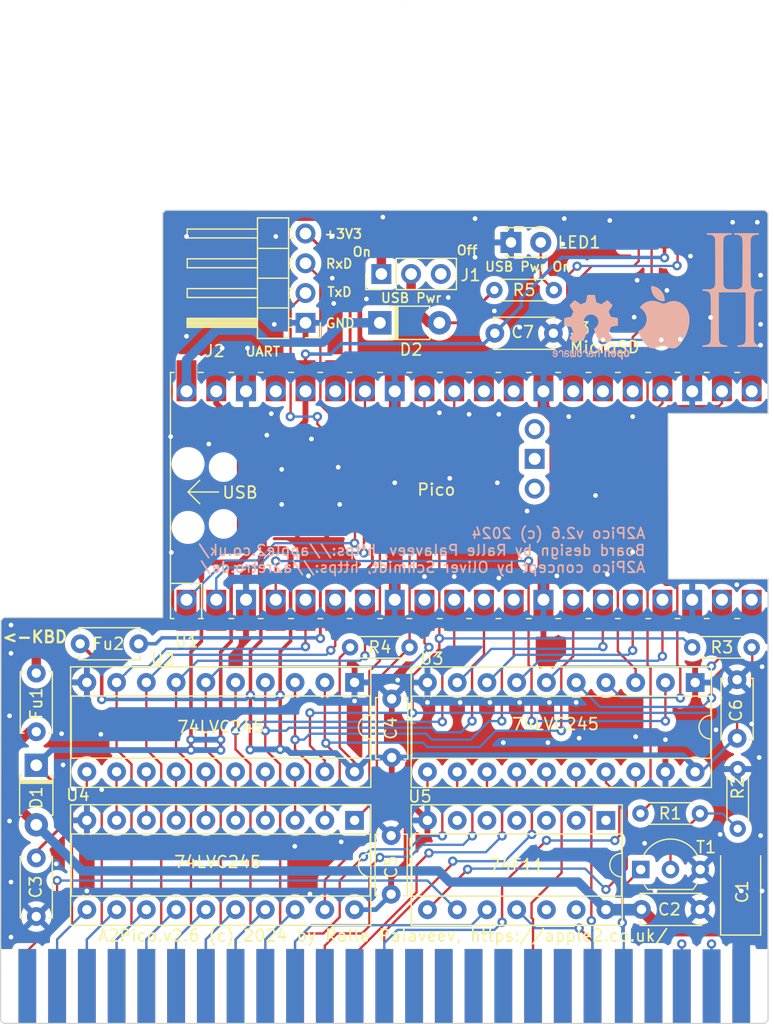
<source format=kicad_pcb>
(kicad_pcb (version 20221018) (generator pcbnew)
  (layers (0 "F.Cu" signal) (31 "B.Cu" signal) (34 "B.Paste" user) (35 "F.Paste" user) (36 "B.SilkS" user "B.Silkscreen") (37 "F.SilkS" user "F.Silkscreen") (38 "B.Mask" user) (39 "F.Mask" user) (44 "Edge.Cuts" user))
  (net 0 "")
  (net 1 "GND")
  (net 2 "3.3V")
  (net 3 "VSYS")
  (net 4 "5V")
  (net 5 "VBUS")
  (net 6 "PHI0")
  (net 7 "RW")
  (net 8 "Reset")
  (net 9 "ENBL")
  (net 10 "IOStr")
  (net 11 "IOSel")
  (net 12 "DevSel")
  (net 13 "IRQ")
  (net 14 "A10")
  (net 15 "A11")
  (net 16 "D0")
  (net 17 "A0")
  (net 18 "D1")
  (net 19 "D2")
  (net 20 "D3")
  (net 21 "A1")
  (net 22 "A2")
  (net 23 "A3")
  (net 24 "D4")
  (net 25 "A4")
  (net 26 "D7")
  (net 27 "A7")
  (net 28 "A8")
  (net 29 "A9")
  (net 30 "A6")
  (net 31 "A5")
  (net 32 "D5")
  (net 33 "D6")
  (net 34 "D-OE")
  (net 35 "AL-OE")
  (net 36 "DAT0")
  (net 37 "DAT3")
  (net 38 "CMD")
  (net 39 "CLK")
  (net 40 "Tx")
  (net 41 "Rx")
  (net 42 "L-IRQ")
  (net 43 "L-ENBL")
  (net 44 "L-Reset")
  (net 45 "L-RW")
  (net 46 "L-AD0")
  (net 47 "L-AD1")
  (net 48 "L-AD2")
  (net 49 "D-Dir")
  (net 50 "L-AD7")
  (net 51 "L-AD6")
  (net 52 "L-AD5")
  (net 53 "L-AD4")
  (net 54 "L-AD3")
  (net 55 "L-A11")
  (net 56 "L-A10")
  (net 57 "L-A9")
  (net 58 "L-A8")
  (net 59 "PHI1")
  (net 60 "3.3V_out")
  (net 61 "L-PHI1")
  (net 62 "J1-1")
  (net 63 "J1-2")
  (footprint "" (layer "F.Cu") (at 139.319 119.2074)
    (fp_text reference "")
    (fp_text value "")
  )
  (footprint "" (layer "F.Cu") (at 136.779 119.2074)
    (fp_text reference "")
    (fp_text value "")
  )
  (footprint "" (layer "F.Cu") (at 159.766 119.2074)
    (fp_text reference "")
    (fp_text value "")
  )
  (footprint "Diode_THT:D_T-1_P5.08mm_Horizontal" (layer "F.Cu") (at 136.398 62.611)
    (fp_text reference "D2")
    (fp_text value "D_T-1_P5.08mm_Horizontal" hide)
  )
  (footprint "" (layer "F.Cu") (at 157.226 119.2074)
    (fp_text reference "")
    (fp_text value "")
  )
  (footprint "Package_DIP:DIP-20_W7.62mm_Socket" (layer "F.Cu") (at 163.322 93.299 -90)
    (fp_text reference "U3")
    (fp_text value "74LVC245")
  )
  (footprint "" (layer "F.Cu") (at 139.319 119.2074)
    (fp_text reference "")
    (fp_text value "")
  )
  (footprint "" (layer "F.Cu") (at 164.719 119.238407)
    (fp_text reference "")
    (fp_text value "")
  )
  (footprint "" (layer "F.Cu") (at 152.019 119.2074)
    (fp_text reference "")
    (fp_text value "")
  )
  (footprint "Capacitor_THT:C_Disc_D5.0mm_W2.5mm_P5.00mm" (layer "F.Cu") (at 107.061 97.496 90)
    (fp_text reference "Fu1")
    (fp_text value "500mA")
  )
  (footprint "" (layer "F.Cu") (at 116.459 119.2074)
    (fp_text reference "")
    (fp_text value "")
  )
  (footprint "Resistor_THT:R_Axial_DIN0204_L3.6mm_D1.6mm_P5.08mm_Horizontal" (layer "F.Cu") (at 163.7284 104.4702 180)
    (fp_text reference "R1")
    (fp_text value "1k" hide)
  )
  (footprint "Capacitor_THT:C_Disc_D5.0mm_W2.5mm_P5.00mm" (layer "F.Cu") (at 137.3632 111.3588 90)
    (fp_text reference "C5")
    (fp_text value "100n")
  )
  (footprint "" (layer "F.Cu") (at 159.766 119.2074)
    (fp_text reference "")
    (fp_text value "")
  )
  (footprint "" (layer "F.Cu") (at 106.299 119.2074)
    (fp_text reference "")
    (fp_text value "")
  )
  (footprint "" (layer "F.Cu") (at 108.839 119.2074)
    (fp_text reference "")
    (fp_text value "")
  )
  (footprint "" (layer "F.Cu") (at 131.699 119.2074)
    (fp_text reference "")
    (fp_text value "")
  )
  (footprint "" (layer "F.Cu") (at 144.399 119.2074)
    (fp_text reference "")
    (fp_text value "")
  )
  (footprint "Resistor_THT:R_Axial_DIN0204_L3.6mm_D1.6mm_P5.08mm_Horizontal" (layer "F.Cu") (at 138.938 90.297 180)
    (fp_text reference "R4")
    (fp_text value "10k" hide)
  )
  (footprint "Capacitor_THT:C_Disc_D5.0mm_W2.5mm_P5.00mm" (layer "F.Cu") (at 166.9034 98.0548 90)
    (fp_text reference "C6")
    (fp_text value "100n")
  )
  (footprint "" (layer "F.Cu") (at 141.859 119.2074)
    (fp_text reference "")
    (fp_text value "")
  )
  (footprint "" (layer "F.Cu") (at 116.459 119.2074)
    (fp_text reference "")
    (fp_text value "")
  )
  (footprint "Capacitor_THT:C_Disc_D5.0mm_W2.5mm_P5.00mm" (layer "F.Cu") (at 137.414 99.695 90)
    (fp_text reference "C4")
    (fp_text value "100n")
  )
  (footprint "" (layer "F.Cu") (at 129.159 119.2074)
    (fp_text reference "")
    (fp_text value "")
  )
  (footprint "" (layer "F.Cu") (at 154.559 119.2074)
    (fp_text reference "")
    (fp_text value "")
  )
  (footprint "" (layer "F.Cu") (at 165.1038 55.3974 -90)
    (fp_text reference "")
    (fp_text value "")
  )
  (footprint "Package_DIP:DIP-20_W7.62mm_Socket" (layer "F.Cu") (at 134.239 105.0544 -90)
    (fp_text reference "U4")
    (fp_text value "74LVC245")
  )
  (footprint "LED_THT:LED_D1.8mm_W3.3mm_H2.4mm" (layer "F.Cu") (at 147.5944 55.753)
    (fp_text reference "LED1")
    (fp_text value "LED_D1.8mm_W3.3mm_H2.4mm" hide)
  )
  (footprint "" (layer "F.Cu") (at 134.239 119.2074)
    (fp_text reference "")
    (fp_text value "")
  )
  (footprint "" (layer "F.Cu") (at 159.6038 55.3974 -90)
    (fp_text reference "")
    (fp_text value "")
  )
  (footprint "" (layer "F.Cu") (at 129.159 119.2074)
    (fp_text reference "")
    (fp_text value "")
  )
  (footprint "Package_DIP:DIP-14_W7.62mm_Socket" (layer "F.Cu") (at 155.702 105.0596 -90)
    (fp_text reference "U5")
    (fp_text value "74F11")
  )
  (footprint "" (layer "F.Cu") (at 146.939 119.2074)
    (fp_text reference "")
    (fp_text value "")
  )
  (footprint "" (layer "F.Cu") (at 158.5038 55.3974 -90)
    (fp_text reference "")
    (fp_text value "")
  )
  (footprint "" (layer "F.Cu") (at 111.379 119.2074)
    (fp_text reference "")
    (fp_text value "")
  )
  (footprint "" (layer "F.Cu") (at 118.999 119.2074)
    (fp_text reference "")
    (fp_text value "")
  )
  (footprint "Capacitor_THT:C_Disc_D5.0mm_W2.5mm_P5.00mm" (layer "F.Cu") (at 146.217 63.5)
    (fp_text reference "C7")
    (fp_text value "100n")
  )
  (footprint "Package_DIP:DIP-20_W7.62mm_Socket" (layer "F.Cu") (at 134.239 93.289 -90)
    (fp_text reference "U2")
    (fp_text value "74LVC245")
  )
  (footprint "" (layer "F.Cu") (at 162.9038 55.3974 -90)
    (fp_text reference "")
    (fp_text value "")
  )
  (footprint "RaspberryPI PicoW:RPi_PicoW_SMD_TH" (layer "F.Cu") (at 144.018 77.343 90)
    (fp_text reference "U1")
    (fp_text value "Pico / PicoW" hide)
  )
  (footprint "" (layer "F.Cu") (at 149.479 119.2074)
    (fp_text reference "")
    (fp_text value "")
  )
  (footprint "Resistor_THT:R_Axial_DIN0204_L3.6mm_D1.6mm_P5.08mm_Horizontal" (layer "F.Cu") (at 166.9542 105.7656 90)
    (fp_text reference "R2")
    (fp_text value "10k" hide)
  )
  (footprint "" (layer "F.Cu") (at 167.259 119.2074)
    (fp_text reference "")
    (fp_text value "")
  )
  (footprint "" (layer "F.Cu") (at 164.0038 55.3974 -90)
    (fp_text reference "")
    (fp_text value "")
  )
  (footprint "Connector_PinHeader_2.54mm:PinHeader_1x04_P2.54mm_Horizontal" (layer "F.Cu") (at 130.048 62.611 180)
    (fp_text reference "J2")
    (fp_text value "PinHeader_1x04_P2.54mm_Horizontal" hide)
  )
  (footprint "" (layer "F.Cu") (at 126.619 119.2074)
    (fp_text reference "")
    (fp_text value "")
  )
  (footprint "" (layer "F.Cu") (at 152.019 119.2074)
    (fp_text reference "")
    (fp_text value "")
  )
  (footprint "Diode_THT:D_T-1_P5.08mm_Horizontal" (layer "F.Cu") (at 107.061 100.3554 -90)
    (fp_text reference "D1")
    (fp_text value "D_T-1_P5.08mm_Horizontal" hide)
  )
  (footprint "" (layer "F.Cu") (at 131.699 119.2074)
    (fp_text reference "")
    (fp_text value "")
  )
  (footprint "" (layer "F.Cu") (at 157.226 119.2074)
    (fp_text reference "")
    (fp_text value "")
  )
  (footprint "Capacitor_Tantalum_SMD:CP_EIA-6032-15_Kemet-U" (layer "F.Cu") (at 167.2082 111.0807 90)
    (fp_text reference "C1")
    (fp_text value "220uF")
  )
  (footprint "" (layer "F.Cu") (at 154.2878 62.1714)
    (fp_text reference "")
    (fp_text value "")
  )
  (footprint "" (layer "F.Cu") (at 113.919 119.2074)
    (fp_text reference "")
    (fp_text value "")
  )
  (footprint "" (layer "F.Cu") (at 144.399 119.2074)
    (fp_text reference "")
    (fp_text value "")
  )
  (footprint "Connector_PinHeader_2.54mm:PinHeader_1x03_P2.54mm_Vertical" (layer "F.Cu") (at 136.525 58.4454 90)
    (fp_text reference "J1")
    (fp_text value "PinHeader_1x03_P2.54mm_Vertical" hide)
  )
  (footprint "" (layer "F.Cu") (at 134.239 119.2074)
    (fp_text reference "")
    (fp_text value "")
  )
  (footprint "" (layer "F.Cu") (at 106.299 119.2074)
    (fp_text reference "")
    (fp_text value "")
  )
  (footprint "Package_TO_SOT_THT:TO-92L_Inline_Wide" (layer "F.Cu") (at 158.6738 109.2506)
    (fp_text reference "T1")
    (fp_text value "TO-92L_Inline_Wide" hide)
  )
  (footprint "" (layer "F.Cu") (at 108.839 119.2074)
    (fp_text reference "")
    (fp_text value "")
  )
  (footprint "" (layer "F.Cu") (at 161.8038 55.3974 -90)
    (fp_text reference "")
    (fp_text value "")
  )
  (footprint "" (layer "F.Cu") (at 149.479 119.2074)
    (fp_text reference "")
    (fp_text value "")
  )
  (footprint "" (layer "F.Cu") (at 141.859 119.2074)
    (fp_text reference "")
    (fp_text value "")
  )
  (footprint "" (layer "F.Cu") (at 121.539 119.2074)
    (fp_text reference "")
    (fp_text value "")
  )
  (footprint "" (layer "F.Cu") (at 118.999 119.2074)
    (fp_text reference "")
    (fp_text value "")
  )
  (footprint "Capacitor_THT:C_Disc_D5.0mm_W2.5mm_P5.00mm" (layer "F.Cu") (at 107.061 113.2586 90)
    (fp_text reference "C3")
    (fp_text value "100n")
  )
  (footprint "" (layer "F.Cu") (at 162.179 119.238407)
    (fp_text reference "")
    (fp_text value "")
  )
  (footprint "" (layer "F.Cu") (at 113.919 119.2074)
    (fp_text reference "")
    (fp_text value "")
  )
  (footprint "" (layer "F.Cu") (at 164.719 119.238407)
    (fp_text reference "")
    (fp_text value "")
  )
  (footprint "" (layer "F.Cu") (at 124.079 119.2074)
    (fp_text reference "")
    (fp_text value "")
  )
  (footprint "Resistor_THT:R_Axial_DIN0204_L3.6mm_D1.6mm_P5.08mm_Horizontal" (layer "F.Cu") (at 168.148 90.297 180)
    (fp_text reference "R3")
    (fp_text value "10k" hide)
  )
  (footprint "" (layer "F.Cu") (at 166.6178 62.1714 90)
    (fp_text reference "")
    (fp_text value "")
  )
  (footprint "" (layer "F.Cu") (at 126.619 119.2074)
    (fp_text reference "")
    (fp_text value "")
  )
  (footprint "Capacitor_THT:C_Disc_D5.0mm_W2.5mm_P5.00mm" (layer "F.Cu") (at 110.8094 89.9922)
    (fp_text reference "Fu2")
    (fp_text value "100mA")
  )
  (footprint "" (layer "F.Cu") (at 154.559 119.2074)
    (fp_text reference "")
    (fp_text value "")
  )
  (footprint "" (layer "F.Cu") (at 111.379 119.2074)
    (fp_text reference "")
    (fp_text value "")
  )
  (footprint "" (layer "F.Cu") (at 160.7038 55.3974 -90)
    (fp_text reference "")
    (fp_text value "")
  )
  (footprint "" (layer "F.Cu") (at 146.939 119.2074)
    (fp_text reference "")
    (fp_text value "")
  )
  (footprint "" (layer "F.Cu") (at 136.779 119.2074)
    (fp_text reference "")
    (fp_text value "")
  )
  (footprint "" (layer "F.Cu") (at 162.179 119.238407)
    (fp_text reference "")
    (fp_text value "")
  )
  (footprint "Resistor_THT:R_Axial_DIN0204_L3.6mm_D1.6mm_P5.08mm_Horizontal" (layer "F.Cu") (at 151.257 59.817 180)
    (fp_text reference "R5")
    (fp_text value "1k" hide)
  )
  (footprint "" (layer "F.Cu") (at 121.539 119.2074)
    (fp_text reference "")
    (fp_text value "")
  )
  (footprint "Capacitor_THT:C_Disc_D5.0mm_W2.5mm_P5.00mm" (layer "F.Cu") (at 163.7392 112.6542 180)
    (fp_text reference "C2")
    (fp_text value "100n")
  )
  (footprint "" (layer "F.Cu") (at 167.259 119.2074)
    (fp_text reference "")
    (fp_text value "")
  )
  (footprint "" (layer "F.Cu") (at 124.079 119.2074)
    (fp_text reference "")
    (fp_text value "")
  )
  (footprint "" (layer "F.Cu") (at 157.4038 55.3974 -90)
    (fp_text reference "")
    (fp_text value "")
  )
  (footprint "LOGO" (layer "B.Cu") (at 166.497 59.817 180)
    (fp_text reference "G***" hide)
    (fp_text value "LOGO" hide)
  )
  (footprint "AppleVGA:AppleLogo_5mm" (layer "B.Cu") (at 160.606683 58.128326 180)
    (fp_text reference "LOGO1" hide)
    (fp_text value "AppleLogo_5mm" hide)
  )
  (footprint "Symbol:OSHW-Logo2_7.3x6mm_SilkScreen" (layer "B.Cu") (at 154.432 62.992 180)
    (fp_text reference "REF**" hide)
    (fp_text value "OSHW-Logo2_7.3x6mm_SilkScreen" hide)
  )
  (gr_line (start 121.018 76.043) (end 120.018 77.043) (stroke (width 0.12)) (layer "F.SilkS"))
  (gr_line (start 120.018 77.043) (end 121.018 78.043) (stroke (width 0.12)) (layer "F.SilkS"))
  (gr_line (start 122.618 77.043) (end 120.018 77.043) (stroke (width 0.12)) (layer "F.SilkS"))
  (gr_line (start 121.018 78.043) (end 120.018 77.043) (stroke (width 0.12)) (layer "F.SilkS"))
  (gr_line (start 104.2924 87.754196) (end 117.856 87.757) (stroke (width 0.1)) (layer "Edge.Cuts"))
  (gr_line (start 104.013 122.131203) (end 104.267 122.380003) (stroke (width 0.1)) (layer "Edge.Cuts"))
  (gr_line (start 117.856 87.757) (end 117.856 53.266603) (stroke (width 0.1)) (layer "Edge.Cuts"))
  (gr_line (start 169.545 84.455) (end 161.036 84.455) (stroke (width 0.1)) (layer "Edge.Cuts"))
  (gr_line (start 161.018 70.343) (end 161.036 84.455) (stroke (width 0.1)) (layer "Edge.Cuts"))
  (gr_line (start 118.11 53.006996) (end 169.291 53.0124) (stroke (width 0.1)) (layer "Edge.Cuts"))
  (gr_line (start 169.291 122.380003) (end 169.545 122.120396) (stroke (width 0.1)) (layer "Edge.Cuts"))
  (gr_line (start 169.545 53.2612) (end 169.545 70.3505) (stroke (width 0.1)) (layer "Edge.Cuts"))
  (gr_line (start 104.267 122.380003) (end 169.291 122.380003) (stroke (width 0.1)) (layer "Edge.Cuts"))
  (gr_line (start 138.516 35.096) (end 138.516 35.096) (stroke (width 0.05)) (layer "Edge.Cuts"))
  (gr_line (start 161.018 70.343) (end 169.545 70.3505) (stroke (width 0.1)) (layer "Edge.Cuts"))
  (gr_line (start 104.0384 88.013803) (end 104.2924 87.754196) (stroke (width 0.1)) (layer "Edge.Cuts"))
  (gr_line (start 104.013 122.131203) (end 104.0384 88.013803) (stroke (width 0.1)) (layer "Edge.Cuts"))
  (gr_line (start 117.856 53.266603) (end 118.11 53.006996) (stroke (width 0.1)) (layer "Edge.Cuts"))
  (gr_line (start 169.291 53.0124) (end 169.545 53.2612) (stroke (width 0.1)) (layer "Edge.Cuts"))
  (gr_line (start 169.545 122.120396) (end 169.545 84.455) (stroke (width 0.1)) (layer "Edge.Cuts"))
  (gr_text "A2Pico v2.6 (c) 2024\nBoard design by Ralle Palaveev, https://apple2.co.uk/\nA2Pico concept by Oliver Schmidt, https://a2retro.de/\n" (at 159.1564 83.9978) (layer "B.SilkS") (effects (font (size 0.9 0.9)) (justify left bottom mirror)))
  (gr_text "<-KBD" (at 106.934 89.408) (layer "F.SilkS") (effects (font (size 1 1) (thickness 0.2) bold)))
  (gr_text "GND" (at 131.699 63.119) (layer "F.SilkS") (effects (font (size 0.8 0.8)) (justify left bottom)))
  (gr_text "" (at 144.399 119.2074) (layer "F.SilkS") (effects (font (size 1.27 1.27))))
  (gr_text "" (at 144.399 119.2074) (layer "F.SilkS") (effects (font (size 1.27 1.27))))
  (gr_text "A2Pico.v2.6 (c) 2024 by Ralle Palaveev, https://apple2.co.uk/" (at 136.652 114.8894) (layer "F.SilkS") (effects (font (size 1 1))))
  (gr_text "+3V3" (at 131.572 55.499) (layer "F.SilkS") (effects (font (size 0.8 0.8)) (justify left bottom)))
  (gr_text "Off" (at 142.875 56.896) (layer "F.SilkS") (effects (font (size 0.8 0.8)) (justify left bottom)))
  (gr_text "J3\nMicroSD" (at 152.527 65.278) (layer "F.SilkS") (effects (font (size 1 1)) (justify left bottom)))
  (gr_text "TxD" (at 131.826 60.452) (layer "F.SilkS") (effects (font (size 0.8 0.8)) (justify left bottom)))
  (gr_text "On" (at 133.985 57.023) (layer "F.SilkS") (effects (font (size 0.8 0.8)) (justify left bottom)))
  (gr_text "Pico" (at 141.218 76.843) (layer "F.SilkS") (effects (font (size 1 1))))
  (gr_text "USB Pwr" (at 136.398 60.96) (layer "F.SilkS") (effects (font (size 0.8 0.8)) (justify left bottom)))
  (gr_text "USB" (at 124.46 77.089) (layer "F.SilkS") (effects (font (size 1 1))))
  (gr_text "RxD" (at 131.699 58.039) (layer "F.SilkS") (effects (font (size 0.8 0.8)) (justify left bottom)))
  (gr_text "UART" (at 124.841 65.532) (layer "F.SilkS") (effects (font (size 0.8 0.8)) (justify left bottom)))
  (gr_text "USB Pwr On" (at 145.288 58.293) (layer "F.SilkS") (effects (font (size 0.8 0.8)) (justify left bottom)))
  (segment (start 164.719 115.6006) (end 164.719 118.984407) (width 0.2) (layer "F.Cu") (net 0))
  (segment (start 161.2138 109.2506) (end 161.2138 107.0864) (width 0.2) (layer "F.Cu") (net 0))
  (segment (start 161.2138 107.0864) (end 163.7284 104.5718) (width 0.2) (layer "F.Cu") (net 0))
  (segment (start 150.1344 58.6944) (end 150.1344 55.753) (width 0.2) (layer "F.Cu") (net 0))
  (segment (start 151.257 59.817) (end 150.1344 58.6944) (width 0.2) (layer "F.Cu") (net 0))
  (segment (start 162.179 119.238407) (end 162.179 115.6006) (width 0.2) (layer "F.Cu") (net 0))
  (segment (start 163.7284 104.5718) (end 163.7284 104.4702) (width 0.2) (layer "F.Cu") (net 0))
  (via (at 164.719 115.6006) (size 0.8) (drill 0.4) (layers "F.Cu" "B.Cu") (net 0))
  (via (at 162.179 115.6006) (size 0.8) (drill 0.4) (layers "F.Cu" "B.Cu") (net 0))
  (segment (start 162.179 115.6006) (end 162.179 119.0042) (width 0.2) (layer "B.Cu") (net 0))
  (segment (start 164.719 115.6006) (end 164.719 118.984407) (width 0.2) (layer "B.Cu") (net 0))
  (segment (start 163.7284 104.4702) (end 165.6588 104.4702) (width 0.2) (layer "B.Cu") (net 0))
  (segment (start 166.9542 105.7656) (end 166.9796 105.7402) (width 0.2) (layer "B.Cu") (net 0))
  (segment (start 166.9796 105.7402) (end 166.9796 105.6438) (width 0.2) (layer "B.Cu") (net 0))
  (segment (start 165.6588 104.4702) (end 166.9542 105.7656) (width 0.2) (layer "B.Cu") (net 0))
  (segment (start 164.6604 62.1714) (end 166.6178 62.1714) (width 0.25) (layer "F.Cu") (net 1))
  (segment (start 137.668 86.233) (end 137.668 76.256) (width 1) (layer "F.Cu") (net 1))
  (segment (start 151.384 77.724) (end 151.384 70.866) (width 1) (layer "F.Cu") (net 1))
  (segment (start 137.668 76.256) (end 137.668 68.453) (width 1) (layer "F.Cu") (net 1))
  (segment (start 138.811 103.4086) (end 138.811 100.203) (width 0.5) (layer "F.Cu") (net 1))
  (segment (start 150.368 86.233) (end 150.368 78.74) (width 1) (layer "F.Cu") (net 1))
  (segment (start 154.3054 62.1538) (end 154.2878 62.1714) (width 0.25) (layer "F.Cu") (net 1))
  (segment (start 162.92185 56.9214) (end 162.92185 55.41545) (width 0.2) (layer "F.Cu") (net 1))
  (segment (start 162.92185 55.41545) (end 162.9038 55.3974) (width 0.2) (layer "F.Cu") (net 1))
  (segment (start 151.384 70.866) (end 150.368 69.85) (width 1) (layer "F.Cu") (net 1))
  (segment (start 150.368 78.74) (end 151.384 77.724) (width 1) (layer "F.Cu") (net 1))
  (segment (start 140.462 98.552) (end 139.7635 99.2505) (width 0.5) (layer "F.Cu") (net 1))
  (segment (start 158.115 62.1284) (end 158.0896 62.1538) (width 0.25) (layer "F.Cu") (net 1))
  (segment (start 137.414 96.901) (end 137.414 94.695) (width 0.5) (layer "F.Cu") (net 1))
  (segment (start 138.811 103.4086) (end 140.462 105.0596) (width 0.5) (layer "F.Cu") (net 1))
  (segment (start 139.7635 99.2505) (end 138.811 100.203) (width 0.5) (layer "F.Cu") (net 1))
  (segment (start 158.0896 62.1538) (end 154.3054 62.1538) (width 0.25) (layer "F.Cu") (net 1))
  (segment (start 150.368 69.85) (end 150.368 68.453) (width 1) (layer "F.Cu") (net 1))
  (segment (start 140.462 94.996) (end 140.462 98.552) (width 0.5) (layer "F.Cu") (net 1))
  (segment (start 164.6428 62.1538) (end 164.6604 62.1714) (width 0.25) (layer "F.Cu") (net 1))
  (segment (start 139.7635 99.2505) (end 137.414 96.901) (width 0.5) (layer "F.Cu") (net 1))
  (segment (start 140.462 93.299) (end 140.462 94.996) (width 0.5) (layer "F.Cu") (net 1))
  (via (at 157.988 82.169) (size 0.8) (drill 0.4) (layers "F.Cu" "B.Cu") (net 1))
  (via (at 109.22 97.663) (size 0.8) (drill 0.4) (layers "F.Cu" "B.Cu") (net 1))
  (via (at 104.902 90.805) (size 0.8) (drill 0.4) (layers "F.Cu" "B.Cu") (net 1))
  (via (at 118.5418 72.319) (size 0.8) (drill 0.4) (layers "F.Cu" "B.Cu") (net 1))
  (via (at 168.91 58.547) (size 0.8) (drill 0.4) (layers "F.Cu" "B.Cu") (net 1))
  (via (at 168.783 99.695) (size 0.8) (drill 0.4) (layers "F.Cu" "B.Cu") (net 1))
  (via (at 126.746 72.192) (size 0.8) (drill 0.4) (layers "F.Cu" "B.Cu") (net 1))
  (via (at 129.1336 107.2694) (size 0.8) (drill 0.4) (layers "F.Cu" "B.Cu") (net 1))
  (via (at 142.748 84.257) (size 0.8) (drill 0.4) (layers "F.Cu" "B.Cu") (net 1))
  (via (at 152.527 70.612) (size 0.8) (drill 0.4) (layers "F.Cu" "B.Cu") (net 1))
  (via (at 164.6428 62.1538) (size 0.8) (drill 0.4) (layers "F.Cu" "B.Cu") (net 1))
  (via (at 146.177 61.595) (size 0.8) (drill 0.4) (layers "F.Cu" "B.Cu") (net 1))
  (via (at 150.749 98.425) (size 0.8) (drill 0.4) (layers "F.Cu" "B.Cu") (net 1))
  (via (at 142.367 75.875) (size 0.8) (drill 0.4) (layers "F.Cu" "B.Cu") (net 1))
  (via (at 159.004 107.0154) (size 0.8) (drill 0.4) (layers "F.Cu" "B.Cu") (net 1))
  (via (at 166.5224 54.031) (size 0.8) (drill 0.4) (layers "F.Cu" "B.Cu") (net 1))
  (via (at 119.888 55.245) (size 0.8) (drill 0.4) (layers "F.Cu" "B.Cu") (net 1))
  (via (at 132.461 60.96) (size 0.8) (drill 0.4) (layers "F.Cu" "B.Cu") (net 1))
  (via (at 160.782 98.171) (size 0.8) (drill 0.4) (layers "F.Cu" "B.Cu") (net 1))
  (via (at 148.336 94.996) (size 0.8) (drill 0.4) (layers "F.Cu" "B.Cu") (net 1))
  (via (at 112.649 102.433) (size 0.8) (drill 0.4) (layers "F.Cu" "B.Cu") (net 1))
  (via (at 130.302 84.201) (size 0.8) (drill 0.4) (layers "F.Cu" "B.Cu") (net 1))
  (via (at 148.336 62.992) (size 0.8) (drill 0.4) (layers "F.Cu" "B.Cu") (net 1))
  (via (at 121.793 72.954) (size 0.8) (drill 0.4) (layers "F.Cu" "B.Cu") (net 1))
  (via (at 156.0322 53.8786) (size 0.8) (drill 0.4) (layers "F.Cu" "B.Cu") (net 1))
  (via (at 104.775 96.139) (size 0.8) (drill 0.4) (layers "F.Cu" "B.Cu") (net 1))
  (via (at 144.526 57.023) (size 0.8) (drill 0.4) (layers "F.Cu" "B.Cu") (net 1))
  (via (at 145.796 94.996) (size 0.8) (drill 0.4) (layers "F.Cu" "B.Cu") (net 1))
  (via (at 168.91 62.738) (size 0.8) (drill 0.4) (layers "F.Cu" "B.Cu") (net 1))
  (via (at 155.829 84.074) (size 0.8) (drill 0.4) (layers "F.Cu" "B.Cu") (net 1))
  (via (at 143.256 94.996) (size 0.8) (drill 0.4) (layers "F.Cu" "B.Cu") (net 1))
  (via (at 168.91 106.355) (size 0.8) (drill 0.4) (layers "F.Cu" "B.Cu") (net 1))
  (via (at 148.971 78.669) (size 0.8) (drill 0.4) (layers "F.Cu" "B.Cu") (net 1))
  (via (at 169.037 111.0794) (size 0.8) (drill 0.4) (layers "F.Cu" "B.Cu") (net 1))
  (via (at 132.969 78.105) (size 0.8) (drill 0.4) (layers "F.Cu" "B.Cu") (net 1))
  (via (at 152.146 53.721) (size 0.8) (drill 0.4) (layers "F.Cu" "B.Cu") (net 1))
  (via (at 132.334 55.245) (size 0.8) (drill 0.4) (layers "F.Cu" "B.Cu") (net 1))
  (via (at 168.91 64.516) (size 0.8) (drill 0.4) (layers "F.Cu" "B.Cu") (net 1))
  (via (at 151.511 84.201) (size 0.8) (drill 0.4) (layers "F.Cu" "B.Cu") (net 1))
  (via (at 162.92185 56.9214) (size 0.8) (drill 0.4) (layers "F.Cu" "B.Cu") (net 1))
  (via (at 128.016 78.105) (size 0.8) (drill 0.4) (layers "F.Cu" "B.Cu") (net 1))
  (via (at 160.909 59.8424) (size 0.8) (drill 0.4) (layers "F.Cu" "B.Cu") (net 1))
  (via (at 152.019 55.88) (size 0.8) (drill 0.4) (layers "F.Cu" "B.Cu") (net 1))
  (via (at 144.018 70.414) (size 0.8) (drill 0.4) (layers "F.Cu" "B.Cu") (net 1))
  (via (at 168.148 96.8248) (size 0.8) (drill 0.4) (layers "F.Cu" "B.Cu") (net 1))
  (via (at 135.255 60.579) (size 0.8) (drill 0.4) (layers "F.Cu" "B.Cu") (net 1))
  (via (at 110.2106 102.362) (size 0.8) (drill 0.4) (layers "F.Cu" "B.Cu") (net 1))
  (via (at 157.988 70.612) (size 0.8) (drill 0.4) (layers "F.Cu" "B.Cu") (net 1))
  (via (at 153.162 94.996) (size 0.8) (drill 0.4) (layers "F.Cu" "B.Cu") (net 1))
  (via (at 144.526 53.721) (size 0.8) (drill 0.4) (layers "F.Cu" "B.Cu") (net 1))
  (via (at 167.259 111.0794) (size 0.8) (drill 0.4) (layers "F.Cu" "B.Cu") (net 1))
  (via (at 130.556 72.517) (size 0.8) (drill 0.4) (layers "F.Cu" "B.Cu") (net 1))
  (via (at 127.127 70.358) (size 0.8) (drill 0.4) (layers "F.Cu" "B.Cu") (net 1))
  (via (at 132.334 58.801) (size 0.8) (drill 0.4) (layers "F.Cu" "B.Cu") (net 1))
  (via (at 140.462 94.996) (size 0.8) (drill 0.4) (layers "F.Cu" "B.Cu") (net 1))
  (via (at 140.208 84.257) (size 0.8) (drill 0.4) (layers "F.Cu" "B.Cu") (net 1))
  (via (at 158.115 62.1284) (size 0.8) (drill 0.4) (layers "F.Cu" "B.Cu") (net 1))
  (via (at 111.379 111.0794) (size 0.8) (drill 0.4) (layers "F.Cu" "B.Cu") (net 1))
  (via (at 112.5728 97.7138) (size 0.8) (drill 0.4) (layers "F.Cu" "B.Cu") (net 1))
  (via (at 158.242 97.917) (size 0.8) (drill 0.4) (layers "F.Cu" "B.Cu") (net 1))
  (via (at 125.095 64.77) (size 0.8) (drill 0.4) (layers "F.Cu" "B.Cu") (net 1))
  (via (at 165.4556 106.2534) (size 0.8) (drill 0.4) (layers "F.Cu" "B.Cu") (net 1))
  (via (at 104.775 105.1104) (size 0.8) (drill 0.4) (layers "F.Cu" "B.Cu") (net 1))
  (via (at 109.347 100.33) (size 0.8) (drill 0.4) (layers "F.Cu" "B.Cu") (net 1))
  (via (at 153.416 98.044) (size 0.8) (drill 0.4) (layers "F.Cu" "B.Cu") (net 1))
  (via (at 165.1 97.3328) (size 0.8) (drill 0.4) (layers "F.Cu" "B.Cu") (net 1))
  (via (at 137.668 76.256) (size 0.8) (drill 0.4) (layers "F.Cu" "B.Cu") (net 1))
  (via (at 168.6306 54.031) (size 0.8) (drill 0.4) (layers "F.Cu" "B.Cu") (net 1))
  (via (at 127.381 62.738) (size 0.8) (drill 0.4) (layers "F.Cu" "B.Cu") (net 1))
  (via (at 130.429 111.3334) (size 0.8) (drill 0.4) (layers "F.Cu" "B.Cu") (net 1))
  (via (at 162.052 64.008) (size 0.8) (drill 0.4) (layers "F.Cu" "B.Cu") (net 1))
  (via (at 119.888 63.754) (size 0.8) (drill 0.4) (layers "F.Cu" "B.Cu") (net 1))
  (via (at 134.239 94.869) (size 0.8) (drill 0.4) (layers "F.Cu" "B.Cu") (net 1))
  (via (at 146.939 98.425) (size 0.8) (drill 0.4) (layers "F.Cu" "B.Cu") (net 1))
  (via (at 133.096 106.8884) (size 0.8) (drill 0.4) (layers "F.Cu" "B.Cu") (net 1))
  (via (at 104.902 88.392) (size 0.8) (drill 0.4) (layers "F.Cu" "B.Cu") (net 1))
  (via (at 159.893 111.0794) (size 0.8) (drill 0.4) (layers "F.Cu" "B.Cu") (net 1))
  (via (at 122.936 64.77) (size 0.8) (drill 0.4) (layers "F.Cu" "B.Cu") (net 1))
  (via (at 118.5926 82.1996) (size 0.8) (drill 0.4) (layers "F.Cu" "B.Cu") (net 1))
  (via (at 154.813 77.343) (size 0.8) (drill 0.4) (layers "F.Cu" "B.Cu") (net 1))
  (via (at 142.24 60.452) (size 0.8) (drill 0.4) (layers "F.Cu" "B.Cu") (net 1))
  (via (at 146.558 70.414) (size 0.8) (drill 0.4) (layers "F.Cu" "B.Cu") (net 1))
  (via (at 150.876 94.996) (size 0.8) (drill 0.4) (layers "F.Cu" "B.Cu") (net 1))
  (via (at 127.508 55.245) (size 0.8) (drill 0.4) (layers "F.Cu" "B.Cu") (net 1))
  (via (at 108.7628 108.768) (size 0.8) (drill 0.4) (layers "F.Cu" "B.Cu") (net 1))
  (via (at 158.369 58.9788) (size 0.8) (drill 0.4) (layers "F.Cu" "B.Cu") (net 1))
  (via (at 146.431 76.256) (size 0.8) (drill 0.4) (layers "F.Cu" "B.Cu") (net 1))
  (via (at 166.878062 84.955152) (size 0.8) (drill 0.4) (layers "F.Cu" "B.Cu") (net 1))
  (via (at 104.902 110.3174) (size 0.8) (drill 0.4) (layers "F.Cu" "B.Cu") (net 1))
  (via (at 128.016 75.113) (size 0.8) (drill 0.4) (layers "F.Cu" "B.Cu") (net 1))
  (via (at 169.037 91.948) (size 0.8) (drill 0.4) (layers "F.Cu" "B.Cu") (net 1))
  (via (at 132.842 74.93) (size 0.8) (drill 0.4) (layers "F.Cu" "B.Cu") (net 1))
  (via (at 137.922 93.091) (size 0.8) (drill 0.4) (layers "F.Cu" "B.Cu") (net 1))
  (via (at 146.558 84.384) (size 0.8) (drill 0.4) (layers "F.Cu" "B.Cu") (net 1))
  (via (at 141.478 70.287) (size 0.8) (drill 0.4) (layers "F.Cu" "B.Cu") (net 1))
  (via (at 104.902 115.0164) (size 0.8) (drill 0.4) (layers "F.Cu" "B.Cu") (net 1))
  (via (at 136.652 53.594) (size 0.8) (drill 0.4) (layers "F.Cu" "B.Cu") (net 1))
  (segment (start 168.783 114.9604) (end 167.259 114.9604) (width 1.5) (layer "B.Cu") (net 1))
  (segment (start 111.374 93.284) (end 111.374 93.299) (width 0.2) (layer "B.Cu") (net 1))
  (segment (start 167.259 114.9604) (end 167.259 119.9134) (width 1.5) (layer "B.Cu") (net 1))
  (segment (start 168.148 90.297) (end 168.1988 90.3478) (width 0.2) (layer "F.Cu") (net 2))
  (segment (start 130.048 69.723) (end 130.048 68.453) (width 0.5) (layer "F.Cu") (net 2))
  (segment (start 132.969 91.186) (end 132.969 98.839) (width 0.2) (layer "F.Cu") (net 2))
  (segment (start 128.778 89.75725) (end 128.778 84.48675) (width 0.3) (layer "F.Cu") (net 2))
  (segment (start 125.349 99.0092) (end 125.3236 99.0346) (width 0.3) (layer "F.Cu") (net 2))
  (segment (start 130.048 68.453) (end 130.048 65.278) (width 0.3) (layer "F.Cu") (net 2))
  (segment (start 126.492 74.549) (end 126.492 82.296) (width 0.5) (layer "F.Cu") (net 2))
  (segment (start 127.889 99.004) (end 127.889 99.0675) (width 0.3) (layer "F.Cu") (net 2))
  (segment (start 137.3632 111.3588) (end 137.3632 109.9312) (width 0.5) (layer "F.Cu") (net 2))
  (segment (start 166.9034 96.1898) (end 166.9034 98.0548) (width 0.2) (layer "F.Cu") (net 2))
  (segment (start 125.349 94.361) (end 125.349 90.64625) (width 0.3) (layer "F.Cu") (net 2))
  (segment (start 132.969 98.839) (end 134.239 100.109) (width 0.2) (layer "F.Cu") (net 2))
  (segment (start 127.889 94.361) (end 127.889 99.004) (width 0.3) (layer "F.Cu") (net 2))
  (segment (start 138.684 108.6104) (end 138.684 105.6184) (width 0.5) (layer "F.Cu") (net 2))
  (segment (start 128.778 82.423) (end 128.778 84.455) (width 0.5) (layer "F.Cu") (net 2))
  (segment (start 160.7058 55.3994) (end 160.7038 55.3974) (width 0.3) (layer "F.Cu") (net 2))
  (segment (start 126.238 82.55) (end 126.238 84.455) (width 0.5) (layer "F.Cu") (net 2))
  (segment (start 137.414 104.3484) (end 137.414 99.695) (width 0.5) (layer "F.Cu") (net 2))
  (segment (start 130.048 69.782022) (end 130.048 70.993) (width 0.5) (layer "F.Cu") (net 2))
  (segment (start 126.238 89.75725) (end 126.238 84.48675) (width 0.3) (layer "F.Cu") (net 2))
  (segment (start 112.649 91.8318) (end 110.784 89.9668) (width 0.3) (layer "F.Cu") (net 2))
  (segment (start 125.349 90.64625) (end 126.238 89.75725) (width 0.3) (layer "F.Cu") (net 2))
  (segment (start 126.873 81.915) (end 128.27 81.915) (width 0.5) (layer "F.Cu") (net 2))
  (segment (start 127.889 94.361) (end 127.889 90.64625) (width 0.3) (layer "F.Cu") (net 2))
  (segment (start 125.3236 99.0346) (end 125.349 99.0346) (width 0.3) (layer "F.Cu") (net 2))
  (segment (start 160.7058 57.0601) (end 160.7058 55.3994) (width 0.3) (layer "F.Cu") (net 2))
  (segment (start 125.349 94.361) (end 125.349 99.0092) (width 0.3) (layer "F.Cu") (net 2))
  (segment (start 168.1988 94.8944) (end 166.9034 96.1898) (width 0.2) (layer "F.Cu") (net 2))
  (segment (start 128.27 81.915) (end 128.778 82.423) (width 0.5) (layer "F.Cu") (net 2))
  (segment (start 126.492 82.296) (end 126.238 82.55) (width 0.5) (layer "F.Cu") (net 2))
  (segment (start 137.3632 109.9312) (end 138.684 108.6104) (width 0.5) (layer "F.Cu") (net 2))
  (segment (start 130.048 70.993) (end 126.492 74.549) (width 0.5) (layer "F.Cu") (net 2))
  (segment (start 138.684 105.6184) (end 137.414 104.3484) (width 0.5) (layer "F.Cu") (net 2))
  (segment (start 168.1988 90.3478) (end 168.1988 94.8944) (width 0.2) (layer "F.Cu") (net 2))
  (segment (start 126.492 82.296) (end 126.873 81.915) (width 0.5) (layer "F.Cu") (net 2))
  (segment (start 134.239 100.109) (end 134.239 100.909) (width 0.2) (layer "F.Cu") (net 2))
  (segment (start 160.7058 57.0601) (end 160.72185 57.04405) (width 0.3) (layer "F.Cu") (net 2))
  (segment (start 112.649 94.742) (end 112.649 91.8318) (width 0.3) (layer "F.Cu") (net 2))
  (segment (start 127.889 90.64625) (end 128.778 89.75725) (width 0.3) (layer "F.Cu") (net 2))
  (segment (start 133.858 90.297) (end 132.969 91.186) (width 0.2) (layer "F.Cu") (net 2))
  (via (at 127.889 94.361) (size 0.8) (drill 0.4) (layers "F.Cu" "B.Cu") (net 2))
  (via (at 130.048 65.278) (size 0.8) (drill 0.4) (layers "F.Cu" "B.Cu") (net 2))
  (via (at 127.889 99.004) (size 0.8) (drill 0.4) (layers "F.Cu" "B.Cu") (net 2))
  (via (at 125.349 94.361) (size 0.8) (drill 0.4) (layers "F.Cu" "B.Cu") (net 2))
  (via (at 125.3236 99.0346) (size 0.8) (drill 0.4) (layers "F.Cu" "B.Cu") (net 2))
  (via (at 160.7058 57.0601) (size 0.8) (drill 0.4) (layers "F.Cu" "B.Cu") (net 2))
  (via (at 112.649 94.742) (size 0.8) (drill 0.4) (layers "F.Cu" "B.Cu") (net 2))
  (segment (start 139.161 99.726) (end 139.13 99.695) (width 0.5) (layer "B.Cu") (net 2))
  (segment (start 132.207 65.278) (end 130.048 65.278) (width 0.3) (layer "B.Cu") (net 2))
  (segment (start 160.7058 57.0601) (end 160.6807 57.035) (width 0.3) (layer "B.Cu") (net 2))
  (segment (start 135.453 99.695) (end 134.239 100.909) (width 0.5) (layer "B.Cu") (net 2))
  (segment (start 125.73 94.742) (end 125.349 94.361) (width 0.3) (layer "B.Cu") (net 2))
  (segment (start 128.468 99.004) (end 128.778 99.314) (width 0.5) (layer "B.Cu") (net 2))
  (segment (start 133.096 64.389) (end 132.207 65.278) (width 0.3) (layer "B.Cu") (net 2))
  (segment (start 132.644 99.314) (end 134.239 100.909) (width 0.5) (layer "B.Cu") (net 2))
  (segment (start 163.703 100.919) (end 162.296 99.512) (width 0.5) (layer "B.Cu") (net 2))
  (segment (start 166.7148 98.0548) (end 163.8506 100.919) (width 0.25) (layer "B.Cu") (net 2))
  (segment (start 127.508 94.742) (end 125.73 94.742) (width 0.3) (layer "B.Cu") (net 2))
  (segment (start 127.889 99.004) (end 128.468 99.004) (width 0.5) (layer "B.Cu") (net 2))
  (segment (start 148.463 61.214) (end 145.288 64.389) (width 0.3) (layer "B.Cu") (net 2))
  (segment (start 162.296 99.512) (end 139.375 99.512) (width 0.5) (layer "B.Cu") (net 2))
  (segment (start 136.0476 112.6744) (end 137.3632 111.3588) (width 0.4) (layer "B.Cu") (net 2))
  (segment (start 139.375 99.512) (end 139.161 99.726) (width 0.5) (layer "B.Cu") (net 2))
  (segment (start 145.288 64.389) (end 133.096 64.389) (width 0.3) (layer "B.Cu") (net 2))
  (segment (start 151.924661 57.035) (end 148.463 60.496661) (width 0.3) (layer "B.Cu") (net 2))
  (segment (start 148.463 60.496661) (end 148.463 61.214) (width 0.3) (layer "B.Cu") (net 2))
  (segment (start 127.889 99.004) (end 125.3542 99.004) (width 0.5) (layer "B.Cu") (net 2))
  (segment (start 134.239 112.6744) (end 136.0476 112.6744) (width 0.4) (layer "B.Cu") (net 2))
  (segment (start 112.649 94.742) (end 124.968 94.742) (width 0.3) (layer "B.Cu") (net 2))
  (segment (start 163.8506 100.919) (end 163.322 100.919) (width 0.25) (layer "B.Cu") (net 2))
  (segment (start 124.968 94.742) (end 125.349 94.361) (width 0.3) (layer "B.Cu") (net 2))
  (segment (start 160.6807 57.035) (end 151.924661 57.035) (width 0.3) (layer "B.Cu") (net 2))
  (segment (start 166.9034 98.0548) (end 166.7148 98.0548) (width 0.25) (layer "B.Cu") (net 2))
  (segment (start 139.13 99.695) (end 137.414 99.695) (width 0.5) (layer "B.Cu") (net 2))
  (segment (start 128.778 99.314) (end 132.644 99.314) (width 0.5) (layer "B.Cu") (net 2))
  (segment (start 127.889 94.361) (end 127.508 94.742) (width 0.3) (layer "B.Cu") (net 2))
  (segment (start 137.414 99.695) (end 135.453 99.695) (width 0.5) (layer "B.Cu") (net 2))
  (segment (start 125.3542 99.004) (end 125.3236 99.0346) (width 0.3) (layer "B.Cu") (net 2))
  (segment (start 121.793 83.058) (end 124.46 83.058) (width 0.5) (layer "F.Cu") (net 3))
  (segment (start 125.603 72.644) (end 122.428 69.469) (width 0.5) (layer "F.Cu") (net 3))
  (segment (start 121.158 89.662) (end 121.158 89.154) (width 0.3) (layer "F.Cu") (net 3))
  (segment (start 121.158 89.154) (end 121.158 89.789) (width 0.3) (layer "F.Cu") (net 3))
  (segment (start 109.093 105.6984) (end 107.061 107.7304) (width 0.25) (layer "F.Cu") (net 3))
  (segment (start 121.158 89.154) (end 121.158 84.3915) (width 0.3) (layer "F.Cu") (net 3))
  (segment (start 121.158 84.3915) (end 121.158 83.693) (width 0.5) (layer "F.Cu") (net 3))
  (segment (start 123.698 89.789) (end 122.809 90.678) (width 0.3) (layer "F.Cu") (net 3))
  (segment (start 107.061 100.3554) (end 109.093 102.3874) (width 0.25) (layer "F.Cu") (net 3))
  (segment (start 121.158 89.789) (end 120.269 90.678) (width 0.3) (layer "F.Cu") (net 3))
  (segment (start 122.428 69.469) (end 122.428 68.453) (width 0.5) (layer "F.Cu") (net 3))
  (segment (start 123.698 83.058) (end 123.698 84.3915) (width 0.5) (layer "F.Cu") (net 3))
  (segment (start 125.603 81.915) (end 125.603 72.644) (width 0.5) (layer "F.Cu") (net 3))
  (segment (start 120.269 98.171) (end 120.269 99.06) (width 0.3) (layer "F.Cu") (net 3))
  (segment (start 121.158 83.693) (end 121.793 83.058) (width 0.5) (layer "F.Cu") (net 3))
  (segment (start 124.46 83.058) (end 125.603 81.915) (width 0.5) (layer "F.Cu") (net 3))
  (segment (start 109.093 102.3874) (end 109.093 105.6984) (width 0.25) (layer "F.Cu") (net 3))
  (segment (start 123.698 84.3915) (end 123.698 89.789) (width 0.3) (layer "F.Cu") (net 3))
  (segment (start 122.809 98.171) (end 122.809 99.06) (width 0.3) (layer "F.Cu") (net 3))
  (segment (start 122.809 90.678) (end 122.809 98.171) (width 0.3) (layer "F.Cu") (net 3))
  (segment (start 120.269 90.678) (end 120.269 98.171) (width 0.3) (layer "F.Cu") (net 3))
  (via (at 120.269 98.171) (size 0.8) (drill 0.4) (layers "F.Cu" "B.Cu") (net 3))
  (via (at 122.809 98.171) (size 0.8) (drill 0.4) (layers "F.Cu" "B.Cu") (net 3))
  (via (at 122.809 99.06) (size 0.8) (drill 0.4) (layers "F.Cu" "B.Cu") (net 3))
  (via (at 120.269 99.06) (size 0.8) (drill 0.4) (layers "F.Cu" "B.Cu") (net 3))
  (segment (start 122.809 99.06) (end 108.3564 99.06) (width 0.5) (layer "B.Cu") (net 3))
  (segment (start 120.269 98.171) (end 122.809 98.171) (width 0.5) (layer "B.Cu") (net 3))
  (segment (start 108.3564 99.06) (end 107.061 100.3554) (width 0.5) (layer "B.Cu") (net 3))
  (segment (start 105.156 98.806) (end 106.466 97.496) (width 0.8) (layer "F.Cu") (net 4))
  (segment (start 167.259 113.594) (end 167.259 114.9604) (width 1.5) (layer "F.Cu") (net 4))
  (segment (start 167.259 114.9604) (end 167.259 119.9134) (width 1.5) (layer "F.Cu") (net 4))
  (segment (start 167.2082 113.5432) (end 167.259 113.594) (width 1.5) (layer "F.Cu") (net 4))
  (segment (start 166.7562 114.4576) (end 167.259 114.9604) (width 1) (layer "F.Cu") (net 4))
  (segment (start 107.061 105.4354) (end 107.0102 105.4354) (width 0.8) (layer "F.Cu") (net 4))
  (segment (start 105.156 103.5812) (end 105.156 98.806) (width 0.8) (layer "F.Cu") (net 4))
  (segment (start 160.5426 114.4576) (end 166.7562 114.4576) (width 1) (layer "F.Cu") (net 4))
  (segment (start 106.466 97.496) (end 107.061 97.496) (width 0.8) (layer "F.Cu") (net 4))
  (segment (start 158.7392 112.6542) (end 160.5426 114.4576) (width 1) (layer "F.Cu") (net 4))
  (segment (start 107.0102 105.4354) (end 105.156 103.5812) (width 0.8) (layer "F.Cu") (net 4))
  (segment (start 158.7138 112.6796) (end 158.7392 112.6542) (width 0.8) (layer "B.Cu") (net 4))
  (segment (start 135.636 109.4124) (end 135.676 109.3724) (width 0.8) (layer "B.Cu") (net 4))
  (segment (start 135.676 109.3724) (end 141.422 109.3724) (width 0.8) (layer "B.Cu") (net 4))
  (segment (start 158.7392 112.6542) (end 158.3582 112.6542) (width 0.8) (layer "B.Cu") (net 4))
  (segment (start 142.367 110.3174) (end 153.3398 110.3174) (width 0.8) (layer "B.Cu") (net 4))
  (segment (start 153.3398 110.3174) (end 155.702 112.6796) (width 0.8) (layer "B.Cu") (net 4))
  (segment (start 155.702 112.6796) (end 158.7138 112.6796) (width 1) (layer "B.Cu") (net 4))
  (segment (start 141.422 109.3724) (end 142.367 110.3174) (width 0.8) (layer "B.Cu") (net 4))
  (segment (start 107.061 105.4354) (end 110.998 109.3724) (width 0.8) (layer "B.Cu") (net 4))
  (segment (start 135.596 109.3724) (end 135.636 109.4124) (width 0.8) (layer "B.Cu") (net 4))
  (segment (start 110.998 109.3724) (end 135.596 109.3724) (width 0.8) (layer "B.Cu") (net 4))
  (segment (start 119.888 68.453) (end 119.888 65.786) (width 0.8) (layer "B.Cu") (net 5))
  (segment (start 119.888 65.786) (end 122.428 63.246) (width 0.8) (layer "B.Cu") (net 5))
  (segment (start 131.5466 64.262) (end 133.1976 62.611) (width 0.8) (layer "B.Cu") (net 5))
  (segment (start 122.428 63.246) (end 125.73 63.246) (width 0.8) (layer "B.Cu") (net 5))
  (segment (start 126.746 64.262) (end 131.5466 64.262) (width 0.8) (layer "B.Cu") (net 5))
  (segment (start 133.1976 62.611) (end 136.144 62.611) (width 0.8) (layer "B.Cu") (net 5))
  (segment (start 125.73 63.246) (end 126.746 64.262) (width 0.8) (layer "B.Cu") (net 5))
  (segment (start 149.352 112.095839) (end 149.352 113.3654) (width 0.2) (layer "F.Cu") (net 7))
  (segment (start 150.622 100.919) (end 150.622 102.235) (width 0.2) (layer "F.Cu") (net 7))
  (segment (start 149.479 113.4924) (end 149.479 119.2074) (width 0.2) (layer "F.Cu") (net 7))
  (segment (start 149.352 113.3654) (end 149.479 113.4924) (width 0.2) (layer "F.Cu") (net 7))
  (segment (start 151.9174 103.5304) (end 151.9174 109.530439) (width 0.2) (layer "F.Cu") (net 7))
  (segment (start 151.9174 109.530439) (end 149.352 112.095839) (width 0.2) (layer "F.Cu") (net 7))
  (segment (start 150.622 102.235) (end 151.9174 103.5304) (width 0.2) (layer "F.Cu") (net 7))
  (segment (start 154.4574 103.6574) (end 153.162 102.362) (width 0.2) (layer "F.Cu") (net 8))
  (segment (start 153.162 102.362) (end 153.162 100.919) (width 0.2) (layer "F.Cu") (net 8))
  (segment (start 154.4574 113.6194) (end 154.4574 103.6574) (width 0.2) (layer "F.Cu") (net 8))
  (via (at 154.4574 113.6194) (size 0.8) (drill 0.4) (layers "F.Cu" "B.Cu") (net 8))
  (segment (start 154.539258 113.701258) (end 154.539258 120.295207) (width 0.2) (layer "B.Cu") (net 8))
  (segment (start 154.4574 113.6194) (end 154.539258 113.701258) (width 0.2) (layer "B.Cu") (net 8))
  (segment (start 158.242 102.2096) (end 157.48 102.9716) (width 0.2) (layer "F.Cu") (net 9))
  (segment (start 143.891 109.2389) (end 143.891 109.2506) (width 0.2) (layer "F.Cu") (net 9))
  (segment (start 158.242 102.2096) (end 158.242 100.919) (width 0.2) (layer "F.Cu") (net 9))
  (segment (start 155.702 110.9524) (end 157.48 109.1744) (width 0.2) (layer "F.Cu") (net 9))
  (segment (start 157.48 102.9716) (end 157.48 103.0986) (width 0.2) (layer "F.Cu") (net 9))
  (segment (start 143.891 109.2506) (end 140.462 112.6796) (width 0.2) (layer "F.Cu") (net 9))
  (segment (start 157.48 109.1744) (end 157.48 103.0986) (width 0.2) (layer "F.Cu") (net 9))
  (via (at 143.891 109.2389) (size 0.8) (drill 0.4) (layers "F.Cu" "B.Cu") (net 9))
  (via (at 155.702 110.9524) (size 0.8) (drill 0.4) (layers "F.Cu" "B.Cu") (net 9))
  (segment (start 153.924 109.1744) (end 143.9555 109.1744) (width 0.2) (layer "B.Cu") (net 9))
  (segment (start 143.9555 109.1744) (end 143.891 109.2389) (width 0.2) (layer "B.Cu") (net 9))
  (segment (start 155.702 110.9524) (end 153.924 109.1744) (width 0.2) (layer "B.Cu") (net 9))
  (segment (start 153.416 114.2544) (end 154.559 115.3974) (width 0.2) (layer "F.Cu") (net 10))
  (segment (start 154.559 115.3974) (end 154.559 119.2074) (width 0.2) (layer "F.Cu") (net 10))
  (via (at 153.416 114.2544) (size 0.8) (drill 0.4) (layers "F.Cu" "B.Cu") (net 10))
  (segment (start 153.416 114.2544) (end 149.6822 114.2544) (width 0.2) (layer "B.Cu") (net 10))
  (segment (start 149.6822 114.2544) (end 148.1074 112.6796) (width 0.2) (layer "B.Cu") (net 10))
  (segment (start 148.1074 112.6796) (end 148.082 112.6796) (width 0.2) (layer "B.Cu") (net 10))
  (segment (start 108.839 110.1904) (end 108.839 113.6396) (width 0.2) (layer "F.Cu") (net 11))
  (segment (start 108.839 113.6396) (end 106.299 116.1796) (width 0.2) (layer "F.Cu") (net 11))
  (segment (start 106.299 116.1796) (end 106.299 120.158465) (width 0.2) (layer "F.Cu") (net 11))
  (via (at 108.839 110.1904) (size 0.8) (drill 0.4) (layers "F.Cu" "B.Cu") (net 11))
  (segment (start 142.9512 112.6796) (end 143.002 112.6796) (width 0.2) (layer "B.Cu") (net 11))
  (segment (start 108.839 110.1904) (end 140.462 110.1904) (width 0.2) (layer "B.Cu") (net 11))
  (segment (start 140.462 110.1904) (end 142.9512 112.6796) (width 0.2) (layer "B.Cu") (net 11))
  (segment (start 130.556 114.0004) (end 144.2212 114.0004) (width 0.2) (layer "B.Cu") (net 12))
  (segment (start 144.2212 114.0004) (end 145.542 112.6796) (width 0.2) (layer "B.Cu") (net 12))
  (segment (start 129.159 120.158465) (end 129.159 115.3974) (width 0.2) (layer "B.Cu") (net 12))
  (segment (start 129.159 115.3974) (end 130.556 114.0004) (width 0.2) (layer "B.Cu") (net 12))
  (segment (start 157.099 110.8254) (end 158.6738 109.2506) (width 0.2) (layer "F.Cu") (net 13))
  (segment (start 157.099 113.7791) (end 157.099 110.8254) (width 0.2) (layer "F.Cu") (net 13))
  (via (at 157.099 113.7791) (size 0.8) (drill 0.4) (layers "F.Cu" "B.Cu") (net 13))
  (segment (start 157.099 113.7791) (end 157.099 115.2144) (width 0.2) (layer "B.Cu") (net 13))
  (segment (start 157.226 119.558658) (end 157.226 113.062293) (width 0.2) (layer "B.Cu") (net 13))
  (segment (start 139.5334 108.8975) (end 139.5334 111.19) (width 0.2) (layer "F.Cu") (net 14))
  (segment (start 140.589 107.8419) (end 139.5334 108.8975) (width 0.2) (layer "F.Cu") (net 14))
  (segment (start 134.239 116.4844) (end 134.239 119.924207) (width 0.2) (layer "F.Cu") (net 14))
  (segment (start 139.5334 111.19) (end 134.239 116.4844) (width 0.2) (layer "F.Cu") (net 14))
  (segment (start 146.8374 103.5304) (end 145.542 102.235) (width 0.2) (layer "F.Cu") (net 14))
  (segment (start 146.8374 106.3804) (end 146.8374 103.5304) (width 0.2) (layer "F.Cu") (net 14))
  (segment (start 145.542 102.235) (end 145.542 100.919) (width 0.2) (layer "F.Cu") (net 14))
  (via (at 146.8374 106.3804) (size 0.8) (drill 0.4) (layers "F.Cu" "B.Cu") (net 14))
  (via (at 140.589 107.8419) (size 0.8) (drill 0.4) (layers "F.Cu" "B.Cu") (net 14))
  (segment (start 140.589 107.8419) (end 140.6535 107.7774) (width 0.2) (layer "B.Cu") (net 14))
  (segment (start 140.6535 107.7774) (end 145.4404 107.7774) (width 0.2) (layer "B.Cu") (net 14))
  (segment (start 145.4404 107.7774) (end 146.8374 106.3804) (width 0.2) (layer "B.Cu") (net 14))
  (segment (start 142.621 108.7426) (end 136.779 114.5846) (width 0.2) (layer "F.Cu") (net 15))
  (segment (start 148.082 102.235) (end 148.082 100.919) (width 0.2) (layer "F.Cu") (net 15))
  (segment (start 142.621 108.5394) (end 142.621 108.7426) (width 0.2) (layer "F.Cu") (net 15))
  (segment (start 136.779 114.5846) (end 136.779 119.924207) (width 0.2) (layer "F.Cu") (net 15))
  (segment (start 149.3774 103.5304) (end 148.082 102.235) (width 0.2) (layer "F.Cu") (net 15))
  (segment (start 149.3774 106.2534) (end 149.3774 103.5304) (width 0.2) (layer "F.Cu") (net 15))
  (via (at 149.3774 106.2534) (size 0.8) (drill 0.4) (layers "F.Cu" "B.Cu") (net 15))
  (via (at 142.621 108.5394) (size 0.8) (drill 0.4) (layers "F.Cu" "B.Cu") (net 15))
  (segment (start 142.621 108.5394) (end 147.066 108.5394) (width 0.2) (layer "B.Cu") (net 15))
  (segment (start 149.352 106.2534) (end 149.3774 106.2534) (width 0.2) (layer "B.Cu") (net 15))
  (segment (start 147.066 108.5394) (end 149.352 106.2534) (width 0.2) (layer "B.Cu") (net 15))
  (segment (start 111.379 112.6744) (end 108.839 115.2144) (width 0.2) (layer "B.Cu") (net 16))
  (segment (start 108.839 115.2144) (end 108.839 119.2074) (width 0.2) (layer "B.Cu") (net 16))
  (segment (start 108.839 115.2194) (end 110.109 113.9494) (width 0.2) (layer "F.Cu") (net 17))
  (segment (start 111.374 102.3924) (end 111.374 100.919) (width 0.2) (layer "F.Cu") (net 17))
  (segment (start 110.109 113.9494) (end 110.109 103.6574) (width 0.2) (layer "F.Cu") (net 17))
  (segment (start 108.839 119.2074) (end 108.839 115.2194) (width 0.2) (layer "F.Cu") (net 17))
  (segment (start 110.109 103.6574) (end 111.374 102.3924) (width 0.2) (layer "F.Cu") (net 17))
  (segment (start 113.919 112.6744) (end 111.379 115.2144) (width 0.2) (layer "B.Cu") (net 18))
  (segment (start 111.379 115.2144) (end 111.379 119.2074) (width 0.2) (layer "B.Cu") (net 18))
  (segment (start 113.919 115.2144) (end 116.459 112.6744) (width 0.2) (layer "B.Cu") (net 19))
  (segment (start 113.919 115.331658) (end 113.919 120.158465) (width 0.2) (layer "B.Cu") (net 19))
  (segment (start 113.919 115.331658) (end 113.919 115.2144) (width 0.2) (layer "B.Cu") (net 19))
  (segment (start 116.459 115.2144) (end 118.999 112.6744) (width 0.2) (layer "B.Cu") (net 20))
  (segment (start 116.459 115.331658) (end 116.459 115.2144) (width 0.2) (layer "B.Cu") (net 20))
  (segment (start 116.459 115.331658) (end 116.459 120.158465) (width 0.2) (layer "B.Cu") (net 20))
  (segment (start 113.914 102.367) (end 113.914 100.919) (width 0.2) (layer "F.Cu") (net 21))
  (segment (start 111.379 115.2144) (end 112.649 113.9444) (width 0.2) (layer "F.Cu") (net 21))
  (segment (start 111.379 119.2074) (end 111.379 115.2144) (width 0.2) (layer "F.Cu") (net 21))
  (segment (start 112.649 113.9444) (end 112.649 103.632) (width 0.2) (layer "F.Cu") (net 21))
  (segment (start 112.649 103.632) (end 113.914 102.367) (width 0.2) (layer "F.Cu") (net 21))
  (segment (start 113.919 119.2074) (end 113.919 115.2144) (width 0.2) (layer "F.Cu") (net 22))
  (segment (start 113.919 115.2144) (end 115.189 113.9444) (width 0.2) (layer "F.Cu") (net 22))
  (segment (start 115.189 103.6244) (end 116.454 102.3594) (width 0.2) (layer "F.Cu") (net 22))
  (segment (start 115.189 113.9444) (end 115.189 103.6244) (width 0.2) (layer "F.Cu") (net 22))
  (segment (start 116.454 102.3594) (end 116.454 100.919) (width 0.2) (layer "F.Cu") (net 22))
  (segment (start 117.729 103.627575) (end 118.994 102.362575) (width 0.2) (layer "F.Cu") (net 23))
  (segment (start 118.994 102.362575) (end 118.994 100.919) (width 0.2) (layer "F.Cu") (net 23))
  (segment (start 116.459 115.2144) (end 117.729 113.9444) (width 0.2) (layer "F.Cu") (net 23))
  (segment (start 117.729 113.9444) (end 117.729 103.627575) (width 0.2) (layer "F.Cu") (net 23))
  (segment (start 116.459 119.2074) (end 116.459 115.2144) (width 0.2) (layer "F.Cu") (net 23))
  (segment (start 118.999 115.331658) (end 118.999 120.158465) (width 0.2) (layer "B.Cu") (net 24))
  (segment (start 118.999 115.331658) (end 118.999 115.2144) (width 0.2) (layer "B.Cu") (net 24))
  (segment (start 118.999 115.2144) (end 121.539 112.6744) (width 0.2) (layer "B.Cu") (net 24))
  (segment (start 118.999 119.2074) (end 118.999 115.2144) (width 0.2) (layer "F.Cu") (net 25))
  (segment (start 120.269 103.6066) (end 121.534 102.3416) (width 0.2) (layer "F.Cu") (net 25))
  (segment (start 121.534 102.3416) (end 121.534 100.919) (width 0.2) (layer "F.Cu") (net 25))
  (segment (start 118.999 115.2144) (end 120.269 113.9444) (width 0.2) (layer "F.Cu") (net 25))
  (segment (start 120.269 113.9444) (end 120.269 103.6066) (width 0.2) (layer "F.Cu") (net 25))
  (segment (start 126.638742 115.194658) (end 129.159 112.6744) (width 0.2) (layer "B.Cu") (net 26))
  (segment (start 126.619 115.3514) (end 126.619 120.158465) (width 0.2) (layer "B.Cu") (net 26))
  (segment (start 126.638742 115.331658) (end 126.619 115.3514) (width 0.2) (layer "B.Cu") (net 26))
  (segment (start 126.638742 115.331658) (end 126.638742 115.194658) (width 0.2) (layer "B.Cu") (net 26))
  (segment (start 127.889 113.9444) (end 127.889 103.6574) (width 0.2) (layer "F.Cu") (net 27))
  (segment (start 127.889 103.6574) (end 129.159 102.3874) (width 0.2) (layer "F.Cu") (net 27))
  (segment (start 129.159 100.274) (end 129.154 100.279) (width 0.2) (layer "F.Cu") (net 27))
  (segment (start 129.159 102.3874) (end 129.159 100.909) (width 0.2) (layer "F.Cu") (net 27))
  (segment (start 126.619 119.2074) (end 126.619 115.2144) (width 0.2) (layer "F.Cu") (net 27))
  (segment (start 126.619 115.2144) (end 127.889 113.9444) (width 0.2) (layer "F.Cu") (net 27))
  (segment (start 129.154 100.279) (end 129.154 100.919) (width 0.2) (layer "F.Cu") (net 27))
  (segment (start 131.572 114.7064) (end 129.85 114.7064) (width 0.2) (layer "F.Cu") (net 28))
  (segment (start 129.159 115.3974) (end 129.159 119.924207) (width 0.2) (layer "F.Cu") (net 28))
  (segment (start 132.969 113.3094) (end 131.572 114.7064) (width 0.2) (layer "F.Cu") (net 28))
  (segment (start 135.001 108.1584) (end 132.969 110.1904) (width 0.2) (layer "F.Cu") (net 28))
  (segment (start 140.462 102.2096) (end 140.462 100.919) (width 0.2) (layer "F.Cu") (net 28))
  (segment (start 129.85 114.7064) (end 129.159 115.3974) (width 0.2) (layer "F.Cu") (net 28))
  (segment (start 141.732 106.3804) (end 141.732 103.4796) (width 0.2) (layer "F.Cu") (net 28))
  (segment (start 132.969 110.1904) (end 132.969 113.3094) (width 0.2) (layer "F.Cu") (net 28))
  (segment (start 141.732 103.4796) (end 140.462 102.2096) (width 0.2) (layer "F.Cu") (net 28))
  (via (at 135.001 108.1584) (size 0.8) (drill 0.4) (layers "F.Cu" "B.Cu") (net 28))
  (via (at 141.732 106.3804) (size 0.8) (drill 0.4) (layers "F.Cu" "B.Cu") (net 28))
  (segment (start 135.636 107.5234) (end 138.8618 107.5234) (width 0.2) (layer "B.Cu") (net 28))
  (segment (start 138.8618 107.5234) (end 140.0048 106.3804) (width 0.2) (layer "B.Cu") (net 28))
  (segment (start 140.0048 106.3804) (end 141.732 106.3804) (width 0.2) (layer "B.Cu") (net 28))
  (segment (start 135.001 108.1584) (end 135.636 107.5234) (width 0.2) (layer "B.Cu") (net 28))
  (segment (start 144.2974 106.3804) (end 144.2974 103.5939) (width 0.2) (layer "F.Cu") (net 29))
  (segment (start 134.874 114.7064) (end 132.743 114.7064) (width 0.2) (layer "F.Cu") (net 29))
  (segment (start 131.699 115.7504) (end 131.699 119.924207) (width 0.2) (layer "F.Cu") (net 29))
  (segment (start 135.509 114.0714) (end 134.874 114.7064) (width 0.2) (layer "F.Cu") (net 29))
  (segment (start 136.398 108.2229) (end 135.509 109.1119) (width 0.2) (layer "F.Cu") (net 29))
  (segment (start 143.002 102.2985) (end 143.002 100.919) (width 0.2) (layer "F.Cu") (net 29))
  (segment (start 135.509 109.1119) (end 135.509 114.0714) (width 0.2) (layer "F.Cu") (net 29))
  (segment (start 144.2974 103.5939) (end 143.002 102.2985) (width 0.2) (layer "F.Cu") (net 29))
  (segment (start 132.743 114.7064) (end 131.699 115.7504) (width 0.2) (layer "F.Cu") (net 29))
  (via (at 144.2974 106.3804) (size 0.8) (drill 0.4) (layers "F.Cu" "B.Cu") (net 29))
  (via (at 136.398 108.2229) (size 0.8) (drill 0.4) (layers "F.Cu" "B.Cu") (net 29))
  (segment (start 136.398 108.2229) (end 136.4625 108.1584) (width 0.2) (layer "B.Cu") (net 29))
  (segment (start 143.51 107.1424) (end 144.272 106.3804) (width 0.2) (layer "B.Cu") (net 29))
  (segment (start 140.0048 107.1424) (end 143.51 107.1424) (width 0.2) (layer "B.Cu") (net 29))
  (segment (start 136.4625 108.1584) (end 138.9888 108.1584) (width 0.2) (layer "B.Cu") (net 29))
  (segment (start 144.272 106.3804) (end 144.2974 106.3804) (width 0.2) (layer "B.Cu") (net 29))
  (segment (start 138.9888 108.1584) (end 140.0048 107.1424) (width 0.2) (layer "B.Cu") (net 29))
  (segment (start 126.614 102.3924) (end 126.614 100.919) (width 0.2) (layer "F.Cu") (net 30))
  (segment (start 125.349 103.6574) (end 126.614 102.3924) (width 0.2) (layer "F.Cu") (net 30))
  (segment (start 124.079 115.2144) (end 125.349 113.9444) (width 0.2) (layer "F.Cu") (net 30))
  (segment (start 124.079 119.2074) (end 124.079 115.2144) (width 0.2) (layer "F.Cu") (net 30))
  (segment (start 125.349 113.9444) (end 125.349 103.6574) (width 0.2) (layer "F.Cu") (net 30))
  (segment (start 121.539 119.2074) (end 121.539 115.2144) (width 0.2) (layer "F.Cu") (net 31))
  (segment (start 122.809 103.632) (end 124.074 102.367) (width 0.2) (layer "F.Cu") (net 31))
  (segment (start 124.074 102.367) (end 124.074 100.919) (width 0.2) (layer "F.Cu") (net 31))
  (segment (start 121.539 115.2144) (end 122.809 113.9444) (width 0.2) (layer "F.Cu") (net 31))
  (segment (start 122.809 113.9444) (end 122.809 103.632) (width 0.2) (layer "F.Cu") (net 31))
  (segment (start 121.539 115.331658) (end 121.539 120.158465) (width 0.2) (layer "B.Cu") (net 32))
  (segment (start 121.539 115.2144) (end 124.079 112.6744) (width 0.2) (layer "B.Cu") (net 32))
  (segment (start 121.539 115.331658) (end 121.539 115.2144) (width 0.2) (layer "B.Cu") (net 32))
  (segment (start 124.079 115.331658) (end 124.079 115.2144) (width 0.2) (layer "B.Cu") (net 33))
  (segment (start 124.079 115.2144) (end 126.619 112.6744) (width 0.2) (layer "B.Cu") (net 33))
  (segment (start 124.079 115.331658) (end 124.079 120.158465) (width 0.2) (layer "B.Cu") (net 33))
  (segment (start 131.699 110.1344) (end 131.699 112.6744) (width 0.2) (layer "F.Cu") (net 34))
  (segment (start 138.938 74.168) (end 140.208 72.898) (width 0.2) (layer "F.Cu") (net 34))
  (segment (start 140.208 72.898) (end 140.208 68.453) (width 0.2) (layer "F.Cu") (net 34))
  (segment (start 138.938 90.297) (end 138.938 74.168) (width 0.2) (layer "F.Cu") (net 34))
  (segment (start 136.144 93.091) (end 136.144 105.6894) (width 0.2) (layer "F.Cu") (net 34))
  (segment (start 136.144 105.6894) (end 131.699 110.1344) (width 0.2) (layer "F.Cu") (net 34))
  (segment (start 138.938 90.297) (end 136.144 93.091) (width 0.2) (layer "F.Cu") (net 34))
  (segment (start 141.478 89.535) (end 141.478 74.168) (width 0.2) (layer "F.Cu") (net 35))
  (segment (start 130.429 95.885) (end 130.429 98.679) (width 0.2) (layer "F.Cu") (net 35))
  (segment (start 130.429 98.679) (end 131.699 99.949) (width 0.2) (layer "F.Cu") (net 35))
  (segment (start 139.192 95.885) (end 139.192 92.71) (width 0.2) (layer "F.Cu") (net 35))
  (segment (start 139.192 92.71) (end 141.478 90.424) (width 0.2) (layer "F.Cu") (net 35))
  (segment (start 141.478 74.168) (end 142.748 72.898) (width 0.2) (layer "F.Cu") (net 35))
  (segment (start 141.478 90.424) (end 141.478 89.535) (width 0.2) (layer "F.Cu") (net 35))
  (segment (start 131.699 99.949) (end 131.699 100.909) (width 0.2) (layer "F.Cu") (net 35))
  (segment (start 142.748 72.898) (end 142.748 68.453) (width 0.2) (layer "F.Cu") (net 35))
  (via (at 130.429 95.885) (size 0.8) (drill 0.4) (layers "F.Cu" "B.Cu") (net 35))
  (via (at 141.478 89.535) (size 0.8) (drill 0.4) (layers "F.Cu" "B.Cu") (net 35))
  (via (at 139.192 95.885) (size 0.8) (drill 0.4) (layers "F.Cu" "B.Cu") (net 35))
  (segment (start 130.429 95.885) (end 139.192 95.885) (width 0.2) (layer "B.Cu") (net 35))
  (segment (start 162.3035 89.5325) (end 163.068 90.297) (width 0.2) (layer "B.Cu") (net 35))
  (segment (start 139.192 95.885) (end 164.592 95.885) (width 0.2) (layer "B.Cu") (net 35))
  (segment (start 141.478 89.535) (end 141.4805 89.5325) (width 0.2) (layer "B.Cu") (net 35))
  (segment (start 141.4805 89.5325) (end 162.3035 89.5325) (width 0.2) (layer "B.Cu") (net 35))
  (segment (start 160.4264 62.2046) (end 164.02185 58.60915) (width 0.2) (layer "F.Cu") (net 36))
  (segment (start 160.4264 64.064) (end 160.4264 62.2046) (width 0.2) (layer "F.Cu") (net 36))
  (segment (start 160.4264 64.064) (end 160.401 64.0894) (width 0.2) (layer "F.Cu") (net 36))
  (segment (start 164.02185 58.60915) (end 164.02185 55.41545) (width 0.2) (layer "F.Cu") (net 36))
  (segment (start 164.02185 55.41545) (end 164.0038 55.3974) (width 0.2) (layer "F.Cu") (net 36))
  (segment (start 155.448 64.064) (end 155.448 68.453) (width 0.2) (layer "F.Cu") (net 36))
  (via (at 155.448 64.064) (size 0.8) (drill 0.4) (layers "F.Cu" "B.Cu") (net 36))
  (via (at 160.4264 64.064) (size 0.8) (drill 0.4) (layers "F.Cu" "B.Cu") (net 36))
  (segment (start 155.448 64.064) (end 160.4264 64.064) (width 0.2) (layer "B.Cu") (net 36))
  (segment (start 158.50785 57.34135) (end 158.5038 57.3373) (width 0.2) (layer "F.Cu") (net 37))
  (segment (start 152.908 68.453) (end 153.0096 68.3514) (width 0.2) (layer "F.Cu") (net 37))
  (segment (start 153.0096 68.3514) (end 153.0096 59.2634) (width 0.2) (layer "F.Cu") (net 37))
  (segment (start 158.0896 57.7596) (end 158.50785 57.34135) (width 0.2) (layer "F.Cu") (net 37))
  (segment (start 153.0096 59.2634) (end 154.5134 57.7596) (width 0.2) (layer "F.Cu") (net 37))
  (segment (start 158.5038 57.3373) (end 158.5038 55.3974) (width 0.2) (layer "F.Cu") (net 37))
  (segment (start 154.5134 57.7596) (end 158.0896 57.7596) (width 0.2) (layer "F.Cu") (net 37))
  (segment (start 157.988 63.8354) (end 157.988 68.453) (width 0.2) (layer "F.Cu") (net 38))
  (segment (start 159.62185 62.20155) (end 159.6038 62.1835) (width 0.2) (layer "F.Cu") (net 38))
  (segment (start 159.62185 62.20155) (end 157.988 63.8354) (width 0.2) (layer "F.Cu") (net 38))
  (segment (start 159.6038 62.1835) (end 159.6038 55.3974) (width 0.2) (layer "F.Cu") (net 38))
  (segment (start 152.4 60.467408) (end 147.828 65.039408) (width 0.2) (layer "F.Cu") (net 39))
  (segment (start 147.828 65.039408) (end 147.828 68.453) (width 0.2) (layer "F.Cu") (net 39))
  (segment (start 152.4 58.6232) (end 152.4 60.467408) (width 0.2) (layer "F.Cu") (net 39))
  (segment (start 161.82185 57.68495) (end 161.82185 55.41545) (width 0.2) (layer "F.Cu") (net 39))
  (segment (start 153.2382 57.785) (end 152.4 58.6232) (width 0.2) (layer "F.Cu") (net 39))
  (segment (start 161.82185 55.41545) (end 161.8038 55.3974) (width 0.2) (layer "F.Cu") (net 39))
  (segment (start 161.7726 57.7342) (end 161.82185 57.68495) (width 0.2) (layer "F.Cu") (net 39))
  (via (at 161.7726 57.7342) (size 0.8) (drill 0.4) (layers "F.Cu" "B.Cu") (net 39))
  (via (at 153.2382 57.785) (size 0.8) (drill 0.4) (layers "F.Cu" "B.Cu") (net 39))
  (segment (start 161.7726 57.7342) (end 161.7472 57.7596) (width 0.2) (layer "B.Cu") (net 39))
  (segment (start 153.2636 57.7596) (end 153.2382 57.785) (width 0.2) (layer "B.Cu") (net 39))
  (segment (start 161.7472 57.7596) (end 153.2636 57.7596) (width 0.2) (layer "B.Cu") (net 39))
  (segment (start 128.7526 70.612) (end 128.778 70.5866) (width 0.2) (layer "F.Cu") (net 40))
  (segment (start 131.064 71.247) (end 134.268 74.451) (width 0.2) (layer "F.Cu") (net 40))
  (segment (start 128.7526 70.358) (end 128.778 70.3326) (width 0.2) (layer "F.Cu") (net 40))
  (segment (start 134.268 74.451) (end 134.268 81.378) (width 0.2) (layer "F.Cu") (net 40))
  (segment (start 128.7526 70.612) (end 128.7526 70.358) (width 0.2) (layer "F.Cu") (net 40))
  (segment (start 128.778 61.341) (end 130.048 60.071) (width 0.2) (layer "F.Cu") (net 40))
  (segment (start 134.268 81.378) (end 134.239 81.407) (width 0.2) (layer "F.Cu") (net 40))
  (segment (start 131.064 70.612) (end 131.064 71.247) (width 0.2) (layer "F.Cu") (net 40))
  (segment (start 128.778 70.5866) (end 128.778 61.341) (width 0.2) (layer "F.Cu") (net 40))
  (via (at 134.239 81.407) (size 0.8) (drill 0.4) (layers "F.Cu" "B.Cu") (net 40))
  (via (at 128.7526 70.612) (size 0.8) (drill 0.4) (layers "F.Cu" "B.Cu") (net 40))
  (via (at 131.064 70.612) (size 0.8) (drill 0.4) (layers "F.Cu" "B.Cu") (net 40))
  (segment (start 125.942457 82.889457) (end 123.231543 82.889457) (width 0.2) (layer "B.Cu") (net 40))
  (segment (start 123.231543 82.889457) (end 119.888 86.233) (width 0.2) (layer "B.Cu") (net 40))
  (segment (start 128.7526 70.612) (end 131.064 70.612) (width 0.2) (layer "B.Cu") (net 40))
  (segment (start 127.424914 81.407) (end 125.942457 82.889457) (width 0.2) (layer "B.Cu") (net 40))
  (segment (start 134.239 81.407) (end 127.424914 81.407) (width 0.2) (layer "B.Cu") (net 40))
  (segment (start 131.318 58.801) (end 130.048 57.531) (width 0.2) (layer "F.Cu") (net 41))
  (segment (start 135.0385 73.3165) (end 131.318 69.596) (width 0.2) (layer "F.Cu") (net 41))
  (segment (start 135.0385 82.2315) (end 135.0385 73.3165) (width 0.2) (layer "F.Cu") (net 41))
  (segment (start 135.0385 82.2315) (end 135.0131 82.2061) (width 0.2) (layer "F.Cu") (net 41))
  (segment (start 131.318 69.596) (end 131.318 58.801) (width 0.2) (layer "F.Cu") (net 41))
  (via (at 135.0385 82.2315) (size 0.8) (drill 0.4) (layers "F.Cu" "B.Cu") (net 41))
  (segment (start 122.428 84.4042) (end 122.428 86.233) (width 0.2) (layer "B.Cu") (net 41))
  (segment (start 127.1661 82.2315) (end 125.9078 83.4898) (width 0.2) (layer "B.Cu") (net 41))
  (segment (start 123.3424 83.4898) (end 122.428 84.4042) (width 0.2) (layer "B.Cu") (net 41))
  (segment (start 125.9078 83.4898) (end 123.3424 83.4898) (width 0.2) (layer "B.Cu") (net 41))
  (segment (start 135.0385 82.2315) (end 127.1661 82.2315) (width 0.2) (layer "B.Cu") (net 41))
  (segment (start 159.893 84.3915) (end 159.258 85.0265) (width 0.2) (layer "F.Cu") (net 42))
  (segment (start 159.512 92.075) (end 159.512 103.6066) (width 0.2) (layer "F.Cu") (net 42))
  (segment (start 160.528 68.453) (end 160.528 69.469) (width 0.2) (layer "F.Cu") (net 42))
  (segment (start 159.893 70.104) (end 159.893 84.3915) (width 0.2) (layer "F.Cu") (net 42))
  (segment (start 159.258 91.821) (end 159.512 92.075) (width 0.2) (layer "F.Cu") (net 42))
  (segment (start 160.528 69.469) (end 159.893 70.104) (width 0.2) (layer "F.Cu") (net 42))
  (segment (start 159.512 103.6066) (end 158.6484 104.4702) (width 0.2) (layer "F.Cu") (net 42))
  (segment (start 159.258 85.0265) (end 159.258 91.821) (width 0.2) (layer "F.Cu") (net 42))
  (segment (start 149.098 91.821) (end 149.098 82.931) (width 0.2) (layer "F.Cu") (net 43))
  (segment (start 160.782 96.5845) (end 160.782 93.299) (width 0.2) (layer "F.Cu") (net 43))
  (segment (start 149.352 92.075) (end 149.098 91.821) (width 0.2) (layer "F.Cu") (net 43))
  (segment (start 149.352 96.5845) (end 149.352 92.075) (width 0.2) (layer "F.Cu") (net 43))
  (segment (start 127.508 86.233) (end 127.508 82.931) (width 0.2) (layer "F.Cu") (net 43))
  (segment (start 149.352 96.5845) (end 149.352 96.52) (width 0.2) (layer "F.Cu") (net 43))
  (via (at 160.782 96.5845) (size 0.8) (drill 0.4) (layers "F.Cu" "B.Cu") (net 43))
  (via (at 149.352 96.5845) (size 0.8) (drill 0.4) (layers "F.Cu" "B.Cu") (net 43))
  (via (at 127.508 82.931) (size 0.8) (drill 0.4) (layers "F.Cu" "B.Cu") (net 43))
  (via (at 149.098 82.931) (size 0.8) (drill 0.4) (layers "F.Cu" "B.Cu") (net 43))
  (segment (start 149.352 96.5845) (end 160.782 96.5845) (width 0.2) (layer "B.Cu") (net 43))
  (segment (start 127.508 82.931) (end 149.098 82.931) (width 0.2) (layer "B.Cu") (net 43))
  (segment (start 160.782 96.5845) (end 160.7195 96.647) (width 0.2) (layer "B.Cu") (net 43))
  (segment (start 165.608 68.453) (end 165.608 69.469) (width 0.2) (layer "F.Cu") (net 44))
  (segment (start 160.528 70.231) (end 160.528 84.709) (width 0.2) (layer "F.Cu") (net 44))
  (segment (start 161.036 69.723) (end 160.528 70.231) (width 0.2) (layer "F.Cu") (net 44))
  (segment (start 161.798 91.821) (end 162.052 92.075) (width 0.2) (layer "F.Cu") (net 44))
  (segment (start 160.528 84.709) (end 160.782 84.963) (width 0.2) (layer "F.Cu") (net 44))
  (segment (start 162.052 92.075) (end 162.052 94.615) (width 0.2) (layer "F.Cu") (net 44))
  (segment (start 160.782 84.963) (end 161.671 84.963) (width 0.2) (layer "F.Cu") (net 44))
  (segment (start 161.671 84.963) (end 161.798 85.09) (width 0.2) (layer "F.Cu") (net 44))
  (segment (start 161.798 85.09) (end 161.798 91.821) (width 0.2) (layer "F.Cu") (net 44))
  (segment (start 165.354 69.723) (end 161.036 69.723) (width 0.2) (layer "F.Cu") (net 44))
  (segment (start 165.608 69.469) (end 165.354 69.723) (width 0.2) (layer "F.Cu") (net 44))
  (via (at 162.052 94.615) (size 0.8) (drill 0.4) (layers "F.Cu" "B.Cu") (net 44))
  (segment (start 162.052 94.615) (end 161.996 94.559) (width 0.2) (layer "B.Cu") (net 44))
  (segment (start 155.702 93.299) (end 155.707 93.294) (width 0.2) (layer "B.Cu") (net 44))
  (segment (start 156.962 94.559) (end 155.702 93.299) (width 0.2) (layer "B.Cu") (net 44))
  (segment (start 161.996 94.559) (end 156.962 94.559) (width 0.2) (layer "B.Cu") (net 44))
  (segment (start 168.148 88.011) (end 166.6875 89.4715) (width 0.2) (layer "F.Cu") (net 45))
  (segment (start 168.148 86.233) (end 168.148 88.011) (width 0.2) (layer "F.Cu") (net 45))
  (segment (start 166.6875 89.4715) (end 166.6875 91.1225) (width 0.2) (layer "F.Cu") (net 45))
  (segment (start 164.719 93.091) (end 164.719 94.615) (width 0.2) (layer "F.Cu") (net 45))
  (segment (start 166.6875 91.1225) (end 164.719 93.091) (width 0.2) (layer "F.Cu") (net 45))
  (via (at 164.719 94.615) (size 0.8) (drill 0.4) (layers "F.Cu" "B.Cu") (net 45))
  (segment (start 155.194 95.377) (end 153.162 93.345) (width 0.2) (layer "B.Cu") (net 45))
  (segment (start 164.719 94.615) (end 163.957 95.377) (width 0.2) (layer "B.Cu") (net 45))
  (segment (start 153.162 93.345) (end 153.162 93.299) (width 0.2) (layer "B.Cu") (net 45))
  (segment (start 163.957 95.377) (end 155.194 95.377) (width 0.2) (layer "B.Cu") (net 45))
  (segment (start 130.048 90.2325) (end 130.048 86.233) (width 0.2) (layer "F.Cu") (net 46))
  (segment (start 115.189 102.3366) (end 115.189 100.274) (width 0.2) (layer "F.Cu") (net 46))
  (segment (start 113.919 99.004) (end 113.919 93.289) (width 0.2) (layer "F.Cu") (net 46))
  (segment (start 113.919 103.6066) (end 115.189 102.3366) (width 0.2) (layer "F.Cu") (net 46))
  (segment (start 115.189 100.274) (end 113.919 99.004) (width 0.2) (layer "F.Cu") (net 46))
  (segment (start 113.919 104.9909) (end 113.919 103.6066) (width 0.2) (layer "F.Cu") (net 46))
  (via (at 130.048 90.2325) (size 0.8) (drill 0.4) (layers "F.Cu" "B.Cu") (net 46))
  (segment (start 113.919 93.289) (end 115.2753 91.9327) (width 0.2) (layer "B.Cu") (net 46))
  (segment (start 116.6521 91.9327) (end 118.1608 90.424) (width 0.2) (layer "B.Cu") (net 46))
  (segment (start 129.8565 90.424) (end 130.048 90.2325) (width 0.2) (layer "B.Cu") (net 46))
  (segment (start 118.1608 90.424) (end 129.8565 90.424) (width 0.2) (layer "B.Cu") (net 46))
  (segment (start 115.2753 91.9327) (end 116.6521 91.9327) (width 0.2) (layer "B.Cu") (net 46))
  (segment (start 132.588 90.17) (end 132.588 86.233) (width 0.2) (layer "F.Cu") (net 47))
  (segment (start 116.459 104.9909) (end 116.459 103.632) (width 0.2) (layer "F.Cu") (net 47))
  (segment (start 116.459 103.632) (end 117.729 102.362) (width 0.2) (layer "F.Cu") (net 47))
  (segment (start 117.729 102.362) (end 117.729 100.274) (width 0.2) (layer "F.Cu") (net 47))
  (segment (start 132.207 90.551) (end 132.588 90.17) (width 0.2) (layer "F.Cu") (net 47))
  (segment (start 116.459 99.004) (end 116.459 93.289) (width 0.2) (layer "F.Cu") (net 47))
  (segment (start 132.461 86.36) (end 132.588 86.233) (width 0.2) (layer "F.Cu") (net 47))
  (segment (start 117.729 100.274) (end 116.459 99.004) (width 0.2) (layer "F.Cu") (net 47))
  (via (at 132.207 90.551) (size 0.8) (drill 0.4) (layers "F.Cu" "B.Cu") (net 47))
  (segment (start 118.745 90.932) (end 116.459 93.218) (width 0.2) (layer "B.Cu") (net 47))
  (segment (start 132.207 90.551) (end 131.826 90.932) (width 0.2) (layer "B.Cu") (net 47))
  (segment (start 131.826 90.932) (end 118.745 90.932) (width 0.2) (layer "B.Cu") (net 47))
  (segment (start 116.459 93.218) (end 116.459 93.289) (width 0.2) (layer "B.Cu") (net 47))
  (segment (start 120.269 102.3874) (end 120.269 100.274) (width 0.2) (layer "F.Cu") (net 48))
  (segment (start 118.994 99.009) (end 118.994 93.299) (width 0.2) (layer "F.Cu") (net 48))
  (segment (start 135.128 91.015204) (end 135.128 86.233) (width 0.2) (layer "F.Cu") (net 48))
  (segment (start 118.999 103.6574) (end 120.269 102.3874) (width 0.2) (layer "F.Cu") (net 48))
  (segment (start 119.004 99.009) (end 118.994 99.009) (width 0.2) (layer "F.Cu") (net 48))
  (segment (start 120.269 100.274) (end 119.004 99.009) (width 0.2) (layer "F.Cu") (net 48))
  (segment (start 118.999 105.0544) (end 118.999 103.6574) (width 0.2) (layer "F.Cu") (net 48))
  (via (at 135.128 91.015204) (size 0.8) (drill 0.4) (layers "F.Cu" "B.Cu") (net 48))
  (segment (start 135.128 91.015204) (end 134.703204 91.44) (width 0.2) (layer "B.Cu") (net 48))
  (segment (start 120.848 91.44) (end 118.999 93.289) (width 0.2) (layer "B.Cu") (net 48))
  (segment (start 134.703204 91.44) (end 120.848 91.44) (width 0.2) (layer "B.Cu") (net 48))
  (segment (start 135.509 92.329) (end 135.509 103.7844) (width 0.2) (layer "F.Cu") (net 49))
  (segment (start 135.509 103.7844) (end 134.239 105.0544) (width 0.2) (layer "F.Cu") (net 49))
  (segment (start 135.128 70.2945) (end 136.398 71.5645) (width 0.2) (layer "F.Cu") (net 49))
  (segment (start 136.398 71.5645) (end 136.398 91.44) (width 0.2) (layer "F.Cu") (net 49))
  (segment (start 136.398 91.44) (end 135.509 92.329) (width 0.2) (layer "F.Cu") (net 49))
  (segment (start 135.128 68.453) (end 135.128 70.2945) (width 0.2) (layer "F.Cu") (net 49))
  (segment (start 131.7905 98.4645) (end 131.7905 98.5875) (width 0.2) (layer "F.Cu") (net 50))
  (segment (start 132.969 99.766) (end 132.969 102.3366) (width 0.2) (layer "F.Cu") (net 50))
  (segment (start 152.908 91.059) (end 152.908 86.233) (width 0.2) (layer "F.Cu") (net 50))
  (segment (start 131.699 98.373) (end 131.699 93.289) (width 0.2) (layer "F.Cu") (net 50))
  (segment (start 151.892 92.075) (end 152.908 91.059) (width 0.2) (layer "F.Cu") (net 50))
  (segment (start 131.7905 98.5875) (end 132.969 99.766) (width 0.2) (layer "F.Cu") (net 50))
  (segment (start 131.7905 98.4645) (end 131.699 98.373) (width 0.2) (layer "F.Cu") (net 50))
  (segment (start 151.892 97.409) (end 151.892 92.075) (width 0.2) (layer "F.Cu") (net 50))
  (segment (start 132.969 102.3366) (end 131.699 103.6066) (width 0.2) (layer "F.Cu") (net 50))
  (segment (start 131.699 103.6066) (end 131.699 105.0544) (width 0.2) (layer "F.Cu") (net 50))
  (via (at 131.7905 98.4645) (size 0.8) (drill 0.4) (layers "F.Cu" "B.Cu") (net 50))
  (via (at 151.892 97.409) (size 0.8) (drill 0.4) (layers "F.Cu" "B.Cu") (net 50))
  (segment (start 131.7905 98.4645) (end 131.83 98.425) (width 0.2) (layer "B.Cu") (net 50))
  (segment (start 140.462 98.806) (end 144.907 98.806) (width 0.2) (layer "B.Cu") (net 50))
  (segment (start 131.83 98.425) (end 140.081 98.425) (width 0.2) (layer "B.Cu") (net 50))
  (segment (start 144.907 98.806) (end 146.304 97.409) (width 0.2) (layer "B.Cu") (net 50))
  (segment (start 140.081 98.425) (end 140.462 98.806) (width 0.2) (layer "B.Cu") (net 50))
  (segment (start 146.304 97.409) (end 151.892 97.409) (width 0.2) (layer "B.Cu") (net 50))
  (segment (start 129.154 98.176) (end 129.159 98.171) (width 0.2) (layer "F.Cu") (net 51))
  (segment (start 129.159 103.6548) (end 130.429 102.3848) (width 0.2) (layer "F.Cu") (net 51))
  (segment (start 129.154 98.166) (end 129.154 97.861) (width 0.2) (layer "F.Cu") (net 51))
  (segment (start 130.429 102.3848) (end 130.429 100.274) (width 0.2) (layer "F.Cu") (net 51))
  (segment (start 129.154 94.305) (end 129.154 93.299) (width 0.2) (layer "F.Cu") (net 51))
  (segment (start 129.159 98.171) (end 129.154 98.166) (width 0.2) (layer "F.Cu") (net 51))
  (segment (start 130.429 100.274) (end 129.154 98.999) (width 0.2) (layer "F.Cu") (net 51))
  (segment (start 129.159 105.0009) (end 129.159 103.6548) (width 0.2) (layer "F.Cu") (net 51))
  (segment (start 129.154 97.861) (end 129.154 94.305) (width 0.2) (layer "F.Cu") (net 51))
  (segment (start 129.154 94.564) (end 129.154 94.305) (width 0.2) (layer "F.Cu") (net 51))
  (segment (start 146.812 92.075) (end 147.828 91.059) (width 0.2) (layer "F.Cu") (net 51))
  (segment (start 147.828 91.059) (end 147.828 86.233) (width 0.2) (layer "F.Cu") (net 51))
  (segment (start 146.812 96.5845) (end 146.812 92.075) (width 0.2) (layer "F.Cu") (net 51))
  (segment (start 129.154 98.999) (end 129.154 98.176) (width 0.2) (layer "F.Cu") (net 51))
  (via (at 146.812 96.5845) (size 0.8) (drill 0.4) (layers "F.Cu" "B.Cu") (net 51))
  (via (at 129.159 98.171) (size 0.8) (drill 0.4) (layers "F.Cu" "B.Cu") (net 51))
  (segment (start 140.335 97.663) (end 140.843 98.171) (width 0.2) (layer "B.Cu") (net 51))
  (segment (start 129.159 98.171) (end 129.921 98.171) (width 0.2) (layer "B.Cu") (net 51))
  (segment (start 144.145 98.171) (end 145.7315 96.5845) (width 0.2) (layer "B.Cu") (net 51))
  (segment (start 130.429 97.663) (end 140.335 97.663) (width 0.2) (layer "B.Cu") (net 51))
  (segment (start 129.921 98.171) (end 130.429 97.663) (width 0.2) (layer "B.Cu") (net 51))
  (segment (start 140.843 98.171) (end 144.145 98.171) (width 0.2) (layer "B.Cu") (net 51))
  (segment (start 145.7315 96.5845) (end 146.812 96.5845) (width 0.2) (layer "B.Cu") (net 51))
  (segment (start 126.619 97.409) (end 126.614 97.414) (width 0.2) (layer "F.Cu") (net 52))
  (segment (start 127.889 102.4128) (end 126.619 103.6828) (width 0.2) (layer "F.Cu") (net 52))
  (segment (start 144.272 96.5845) (end 144.272 91.948) (width 0.2) (layer "F.Cu") (net 52))
  (segment (start 145.288 90.932) (end 145.288 86.233) (width 0.2) (layer "F.Cu") (net 52))
  (segment (start 126.624 93.289) (end 126.614 93.299) (width 0.2) (layer "F.Cu") (net 52))
  (segment (start 127.889 100.284) (end 127.889 102.4128) (width 0.2) (layer "F.Cu") (net 52))
  (segment (start 126.614 97.404) (end 126.619 97.409) (width 0.2) (layer "F.Cu") (net 52))
  (segment (start 126.619 103.6828) (end 126.619 104.9909) (width 0.2) (layer "F.Cu") (net 52))
  (segment (start 126.614 97.414) (end 126.614 99.009) (width 0.2) (layer "F.Cu") (net 52))
  (segment (start 126.614 93.299) (end 126.614 97.404) (width 0.2) (layer "F.Cu") (net 52))
  (segment (start 144.272 91.948) (end 145.288 90.932) (width 0.2) (layer "F.Cu") (net 52))
  (segment (start 126.614 99.009) (end 127.889 100.284) (width 0.2) (layer "F.Cu") (net 52))
  (via (at 126.619 97.409) (size 0.8) (drill 0.4) (layers "F.Cu" "B.Cu") (net 52))
  (via (at 144.272 96.5845) (size 0.8) (drill 0.4) (layers "F.Cu" "B.Cu") (net 52))
  (segment (start 143.3205 97.536) (end 144.272 96.5845) (width 0.2) (layer "B.Cu") (net 52))
  (segment (start 128.397 97.409) (end 128.651 97.155) (width 0.2) (layer "B.Cu") (net 52))
  (segment (start 141.224 97.536) (end 143.3205 97.536) (width 0.2) (layer "B.Cu") (net 52))
  (segment (start 126.619 97.409) (end 128.397 97.409) (width 0.2) (layer "B.Cu") (net 52))
  (segment (start 128.651 97.155) (end 140.843 97.155) (width 0.2) (layer "B.Cu") (net 52))
  (segment (start 140.843 97.155) (end 141.224 97.536) (width 0.2) (layer "B.Cu") (net 52))
  (segment (start 124.079 103.632) (end 124.079 105.0544) (width 0.2) (layer "F.Cu") (net 53))
  (segment (start 141.732 92.075) (end 142.748 91.059) (width 0.2) (layer "F.Cu") (net 53))
  (segment (start 141.732 96.647) (end 141.732 92.075) (width 0.2) (layer "F.Cu") (net 53))
  (segment (start 124.084 99.009) (end 125.349 100.274) (width 0.2) (layer "F.Cu") (net 53))
  (segment (start 124.084 93.289) (end 124.074 93.299) (width 0.2) (layer "F.Cu") (net 53))
  (segment (start 125.349 100.274) (end 125.349 102.362) (width 0.2) (layer "F.Cu") (net 53))
  (segment (start 125.349 102.362) (end 124.079 103.632) (width 0.2) (layer "F.Cu") (net 53))
  (segment (start 124.074 99.009) (end 124.084 99.009) (width 0.2) (layer "F.Cu") (net 53))
  (segment (start 124.074 93.299) (end 124.074 99.009) (width 0.2) (layer "F.Cu") (net 53))
  (segment (start 142.748 91.059) (end 142.748 86.233) (width 0.2) (layer "F.Cu") (net 53))
  (via (at 141.732 96.647) (size 0.8) (drill 0.4) (layers "F.Cu" "B.Cu") (net 53))
  (via (at 124.074 97.409) (size 0.8) (drill 0.4) (layers "F.Cu" "B.Cu") (net 53))
  (segment (start 124.836 96.647) (end 124.074 97.409) (width 0.2) (layer "B.Cu") (net 53))
  (segment (start 141.732 96.647) (end 124.836 96.647) (width 0.2) (layer "B.Cu") (net 53))
  (segment (start 122.809 102.2858) (end 122.809 100.274) (width 0.2) (layer "F.Cu") (net 54))
  (segment (start 122.809 100.274) (end 122.799 100.274) (width 0.2) (layer "F.Cu") (net 54))
  (segment (start 140.589 90.297) (end 140.208 89.916) (width 0.2) (layer "F.Cu") (net 54))
  (segment (start 140.208 89.916) (end 140.208 86.233) (width 0.2) (layer "F.Cu") (net 54))
  (segment (start 121.539 103.5558) (end 122.809 102.2858) (width 0.2) (layer "F.Cu") (net 54))
  (segment (start 121.534 99.009) (end 121.534 93.299) (width 0.2) (layer "F.Cu") (net 54))
  (segment (start 122.799 100.274) (end 121.534 99.009) (width 0.2) (layer "F.Cu") (net 54))
  (segment (start 121.539 104.9909) (end 121.539 103.5558) (width 0.2) (layer "F.Cu") (net 54))
  (segment (start 121.534 93.299) (end 121.539 93.294) (width 0.2) (layer "F.Cu") (net 54))
  (via (at 140.589 90.297) (size 0.8) (drill 0.4) (layers "F.Cu" "B.Cu") (net 54))
  (segment (start 138.938 91.948) (end 122.88 91.948) (width 0.2) (layer "B.Cu") (net 54))
  (segment (start 122.88 91.948) (end 121.539 93.289) (width 0.2) (layer "B.Cu") (net 54))
  (segment (start 140.589 90.297) (end 138.938 91.948) (width 0.2) (layer "B.Cu") (net 54))
  (segment (start 165.608 91.003) (end 165.608 86.233) (width 0.2) (layer "F.Cu") (net 55))
  (segment (start 164.719 91.892) (end 165.608 91.003) (width 0.2) (layer "F.Cu") (net 55))
  (via (at 164.719 91.892) (size 0.8) (drill 0.4) (layers "F.Cu" "B.Cu") (net 55))
  (segment (start 150.622 93.218) (end 150.622 93.299) (width 0.2) (layer "B.Cu") (net 55))
  (segment (start 164.663 91.948) (end 151.892 91.948) (width 0.2) (layer "B.Cu") (net 55))
  (segment (start 151.892 91.948) (end 150.622 93.218) (width 0.2) (layer "B.Cu") (net 55))
  (segment (start 164.719 91.892) (end 164.663 91.948) (width 0.2) (layer "B.Cu") (net 55))
  (segment (start 160.528 91.059) (end 160.528 86.233) (width 0.2) (layer "F.Cu") (net 56))
  (via (at 160.528 91.059) (size 0.8) (drill 0.4) (layers "F.Cu" "B.Cu") (net 56))
  (segment (start 149.987 91.44) (end 148.128 93.299) (width 0.2) (layer "B.Cu") (net 56))
  (segment (start 160.528 91.059) (end 160.147 91.44) (width 0.2) (layer "B.Cu") (net 56))
  (segment (start 160.147 91.44) (end 149.987 91.44) (width 0.2) (layer "B.Cu") (net 56))
  (segment (start 148.128 93.299) (end 148.082 93.299) (width 0.2) (layer "B.Cu") (net 56))
  (segment (start 157.988 90.5575) (end 157.988 86.233) (width 0.2) (layer "F.Cu") (net 57))
  (via (at 157.988 90.5575) (size 0.8) (drill 0.4) (layers "F.Cu" "B.Cu") (net 57))
  (segment (start 147.955 90.932) (end 145.588 93.299) (width 0.2) (layer "B.Cu") (net 57))
  (segment (start 145.588 93.299) (end 145.542 93.299) (width 0.2) (layer "B.Cu") (net 57))
  (segment (start 157.6135 90.932) (end 147.955 90.932) (width 0.2) (layer "B.Cu") (net 57))
  (segment (start 157.988 90.5575) (end 157.6135 90.932) (width 0.2) (layer "B.Cu") (net 57))
  (segment (start 155.448 90.2325) (end 155.434622 90.219122) (width 0.2) (layer "F.Cu") (net 58))
  (segment (start 155.434622 90.219122) (end 155.434622 86.246378) (width 0.2) (layer "F.Cu") (net 58))
  (segment (start 155.434622 86.246378) (end 155.448 86.233) (width 0.2) (layer "F.Cu") (net 58))
  (via (at 155.448 90.2325) (size 0.8) (drill 0.4) (layers "F.Cu" "B.Cu") (net 58))
  (segment (start 155.448 90.2325) (end 155.2565 90.424) (width 0.2) (layer "B.Cu") (net 58))
  (segment (start 143.048 93.299) (end 143.002 93.299) (width 0.2) (layer "B.Cu") (net 58))
  (segment (start 155.2565 90.424) (end 145.923 90.424) (width 0.2) (layer "B.Cu") (net 58))
  (segment (start 145.923 90.424) (end 143.048 93.299) (width 0.2) (layer "B.Cu") (net 58))
  (segment (start 155.702 100.919) (end 155.702 101.8286) (width 0.2) (layer "F.Cu") (net 59))
  (segment (start 155.702 101.8286) (end 156.845 102.9716) (width 0.2) (layer "F.Cu") (net 59))
  (segment (start 146.8374 113.7464) (end 146.8374 110.546) (width 0.2) (layer "F.Cu") (net 59))
  (segment (start 156.845 102.9716) (end 156.845 106.3931) (width 0.2) (layer "F.Cu") (net 59))
  (segment (start 146.8374 110.546) (end 150.622 106.7614) (width 0.2) (layer "F.Cu") (net 59))
  (segment (start 156.845 106.3931) (end 156.464 106.7741) (width 0.2) (layer "F.Cu") (net 59))
  (via (at 146.8374 113.7464) (size 0.8) (drill 0.4) (layers "F.Cu" "B.Cu") (net 59))
  (via (at 156.464 106.7741) (size 0.8) (drill 0.4) (layers "F.Cu" "B.Cu") (net 59))
  (via (at 150.622 106.7614) (size 0.8) (drill 0.4) (layers "F.Cu" "B.Cu") (net 59))
  (segment (start 146.1834 114.4004) (end 137.903 114.4004) (width 0.2) (layer "B.Cu") (net 59))
  (segment (start 137.903 114.4004) (end 136.779 115.5244) (width 0.2) (layer "B.Cu") (net 59))
  (segment (start 156.464 106.7741) (end 150.6347 106.7741) (width 0.2) (layer "B.Cu") (net 59))
  (segment (start 150.6347 106.7741) (end 150.622 106.7614) (width 0.2) (layer "B.Cu") (net 59))
  (segment (start 146.8374 113.7464) (end 146.1834 114.4004) (width 0.2) (layer "B.Cu") (net 59))
  (segment (start 136.779 115.5244) (end 136.779 119.924207) (width 0.2) (layer "B.Cu") (net 59))
  (segment (start 133.858 70.358) (end 133.858 58.674) (width 0.25) (layer "F.Cu") (net 60))
  (segment (start 132.08 84.328) (end 134.62 84.328) (width 0.25) (layer "F.Cu") (net 60))
  (segment (start 135.763 83.185) (end 135.763 72.263) (width 0.25) (layer "F.Cu") (net 60))
  (segment (start 135.763 72.263) (end 133.858 70.358) (width 0.25) (layer "F.Cu") (net 60))
  (segment (start 133.858 58.674) (end 130.175 54.991) (width 0.25) (layer "F.Cu") (net 60))
  (segment (start 131.318 89.535) (end 131.318 85.09) (width 0.25) (layer "F.Cu") (net 60))
  (segment (start 134.62 84.328) (end 135.763 83.185) (width 0.25) (layer "F.Cu") (net 60))
  (segment (start 131.318 85.09) (end 132.08 84.328) (width 0.25) (layer "F.Cu") (net 60))
  (via (at 131.318 89.535) (size 0.8) (drill 0.4) (layers "F.Cu" "B.Cu") (net 60))
  (segment (start 117.2718 89.9922) (end 117.7815 89.4825) (width 0.3) (layer "B.Cu") (net 60))
  (segment (start 131.2655 89.4825) (end 131.318 89.535) (width 0.3) (layer "B.Cu") (net 60))
  (segment (start 117.7815 89.4825) (end 131.2655 89.4825) (width 0.3) (layer "B.Cu") (net 60))
  (segment (start 115.8094 89.9922) (end 117.2718 89.9922) (width 0.3) (layer "B.Cu") (net 60))
  (segment (start 131.318 89.535) (end 131.318 89.5075) (width 0.25) (layer "B.Cu") (net 60))
  (segment (start 168.148 65.532) (end 167.894 65.278) (width 0.2) (layer "F.Cu") (net 61))
  (segment (start 156.718 90.636) (end 158.242 92.16) (width 0.2) (layer "F.Cu") (net 61))
  (segment (start 156.718 85.217) (end 156.718 90.636) (width 0.2) (layer "F.Cu") (net 61))
  (segment (start 168.148 68.453) (end 168.148 65.532) (width 0.2) (layer "F.Cu") (net 61))
  (segment (start 159.512 65.278) (end 159.258 65.532) (width 0.2) (layer "F.Cu") (net 61))
  (segment (start 159.258 65.532) (end 159.258 82.677) (width 0.2) (layer "F.Cu") (net 61))
  (segment (start 158.242 92.16) (end 158.242 93.299) (width 0.2) (layer "F.Cu") (net 61))
  (segment (start 159.258 82.677) (end 156.718 85.217) (width 0.2) (layer "F.Cu") (net 61))
  (segment (start 167.894 65.278) (end 159.512 65.278) (width 0.2) (layer "F.Cu") (net 61))
  (segment (start 118.3132 54.633067) (end 119.428467 53.5178) (width 0.8) (layer "F.Cu") (net 62))
  (segment (start 118.438 87.9116) (end 118.438 84.889) (width 0.8) (layer "F.Cu") (net 62))
  (segment (start 119.428467 53.5178) (end 133.2484 53.5178) (width 0.8) (layer "F.Cu") (net 62))
  (segment (start 124.079 81.915) (end 124.587 81.407) (width 0.8) (layer "F.Cu") (net 62))
  (segment (start 122.3264 70.8914) (end 119.4562 70.8914) (width 0.8) (layer "F.Cu") (net 62))
  (segment (start 124.587 81.407) (end 124.587 73.152) (width 0.8) (layer "F.Cu") (net 62))
  (segment (start 121.412 81.915) (end 124.079 81.915) (width 0.8) (layer "F.Cu") (net 62))
  (segment (start 118.3132 69.7484) (end 118.3132 54.633067) (width 0.8) (layer "F.Cu") (net 62))
  (segment (start 118.438 84.889) (end 121.412 81.915) (width 0.8) (layer "F.Cu") (net 62))
  (segment (start 107.061 90.8812) (end 109.7026 88.2396) (width 0.8) (layer "F.Cu") (net 62))
  (segment (start 118.11 88.2396) (end 118.438 87.9116) (width 0.8) (layer "F.Cu") (net 62))
  (segment (start 107.061 92.496) (end 107.061 90.8812) (width 0.8) (layer "F.Cu") (net 62))
  (segment (start 124.587 73.152) (end 122.3264 70.8914) (width 0.8) (layer "F.Cu") (net 62))
  (segment (start 133.2484 53.5178) (end 136.525 56.7944) (width 0.8) (layer "F.Cu") (net 62))
  (segment (start 136.525 56.7944) (end 136.525 58.4454) (width 0.8) (layer "F.Cu") (net 62))
  (segment (start 109.7026 88.2396) (end 118.11 88.2396) (width 0.8) (layer "F.Cu") (net 62))
  (segment (start 119.4562 70.8914) (end 118.3132 69.7484) (width 0.8) (layer "F.Cu") (net 62))
  (segment (start 141.478 62.611) (end 143.383 62.611) (width 0.25) (layer "F.Cu") (net 63))
  (segment (start 143.383 62.611) (end 146.177 59.817) (width 0.25) (layer "F.Cu") (net 63))
  (segment (start 139.065 58.4454) (end 139.065 61.087) (width 0.8) (layer "F.Cu") (net 63))
  (segment (start 139.065 61.087) (end 140.589 62.611) (width 0.8) (layer "F.Cu") (net 63))
  (segment (start 140.589 62.611) (end 141.478 62.611) (width 0.8) (layer "F.Cu") (net 63))
  (zone (net 0) (net_name "") (layer "F.Cu") (connect_pads (clearance 0)) (min_thickness 0.254)
    (keepout (tracks not_allowed) (vias not_allowed) (pads allowed) (copperpour not_allowed) (footprints allowed))
    (fill (thermal_gap 0.508) (thermal_bridge_width 0.508))
    (polygon (pts (xy 131.658 78.793) (xy 131.658 80.893) (xy 129.558 80.893) (xy 129.558 78.793)))
  )
  (zone (net 0) (net_name "") (layer "F.Cu") (connect_pads (clearance 0)) (min_thickness 0.254)
    (keepout (tracks not_allowed) (vias not_allowed) (pads allowed) (copperpour not_allowed) (footprints allowed))
    (fill (thermal_gap 0.508) (thermal_bridge_width 0.508))
    (polygon (pts (xy 129.168 78.793) (xy 129.168 80.893) (xy 127.068 80.893) (xy 127.068 78.793)))
  )
  (zone (net 0) (net_name "") (layer "F.Cu") (connect_pads (clearance 0)) (min_thickness 0.254)
    (keepout (tracks not_allowed) (vias not_allowed) (pads allowed) (copperpour not_allowed) (footprints allowed))
    (fill (thermal_gap 0.508) (thermal_bridge_width 0.508))
    (polygon (pts (xy 123.868 73.589) (xy 123.868 81.097) (xy 119.068 81.097) (xy 119.068 73.589)))
  )
  (zone (net 0) (net_name "") (layer "F.Cu") (connect_pads (clearance 0)) (min_thickness 0.254)
    (keepout (tracks not_allowed) (vias not_allowed) (pads allowed) (copperpour not_allowed) (footprints allowed))
    (fill (thermal_gap 0.508) (thermal_bridge_width 0.508))
    (polygon (pts (xy 134.168 78.793) (xy 134.168 80.893) (xy 132.068 80.893) (xy 132.068 78.793)))
  )
  (zone (net 1) (net_name "GND") (layers "F&B.Cu") (priority 2) (connect_pads (clearance 0.508)) (min_thickness 0.25) (fill yes (thermal_gap 0.5) (thermal_bridge_width 0.5))
    (polygon (pts (xy 169.545 116.0272) (xy 169.545 84.455) (xy 161.036 84.455) (xy 161.036 70.358) (xy 169.545 70.358) (xy 169.545 52.9844) (xy 117.856 52.9844) (xy 117.856 87.757) (xy 104.0384 87.757) (xy 104.013 116.0272)))
  )
)
</source>
